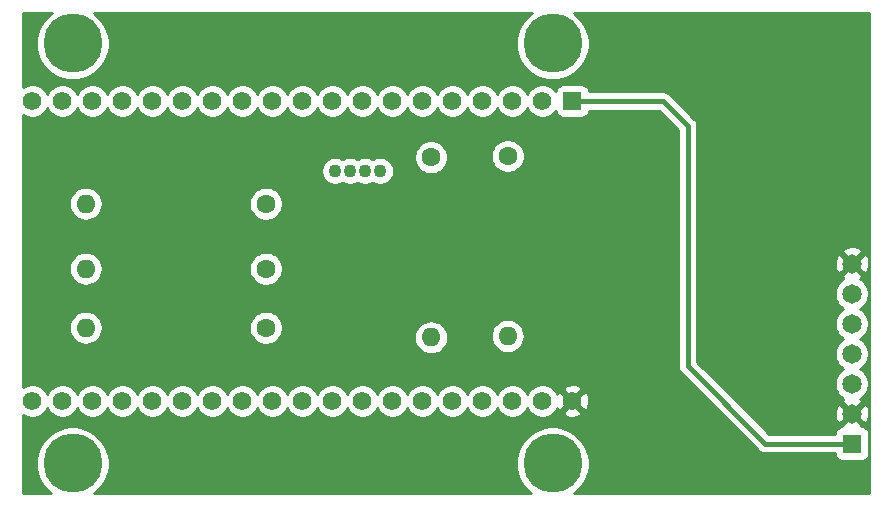
<source format=gbr>
G04 #@! TF.GenerationSoftware,KiCad,Pcbnew,(5.1.0)-1*
G04 #@! TF.CreationDate,2020-10-21T08:33:28+02:00*
G04 #@! TF.ProjectId,phyphox_CO2_Monitor,70687970-686f-4785-9f43-4f325f4d6f6e,rev?*
G04 #@! TF.SameCoordinates,Original*
G04 #@! TF.FileFunction,Copper,L2,Bot*
G04 #@! TF.FilePolarity,Positive*
%FSLAX46Y46*%
G04 Gerber Fmt 4.6, Leading zero omitted, Abs format (unit mm)*
G04 Created by KiCad (PCBNEW (5.1.0)-1) date 2020-10-21 08:33:28*
%MOMM*%
%LPD*%
G04 APERTURE LIST*
%ADD10C,5.000000*%
%ADD11C,1.650000*%
%ADD12R,1.650000X1.650000*%
%ADD13C,1.100000*%
%ADD14C,1.600000*%
%ADD15O,1.600000X1.600000*%
%ADD16C,1.560000*%
%ADD17R,1.560000X1.560000*%
%ADD18C,0.800000*%
%ADD19C,0.400000*%
%ADD20C,0.254000*%
G04 APERTURE END LIST*
D10*
X18084800Y-17983200D03*
X18084800Y17576800D03*
X-22555200Y17576800D03*
X-22555200Y-17983200D03*
D11*
X43424800Y-1063200D03*
X43424800Y-3603200D03*
X43424800Y-6143200D03*
X43424800Y-8683200D03*
X43424800Y-11223200D03*
X43424800Y-13763200D03*
D12*
X43424800Y-16303200D03*
D13*
X-330200Y6781800D03*
X939800Y6781800D03*
X2209800Y6781800D03*
X3479800Y6781800D03*
D14*
X-6200000Y-1490000D03*
D15*
X-21440000Y-1490000D03*
D14*
X-6200000Y-6490000D03*
D15*
X-21440000Y-6490000D03*
X-21440000Y4010000D03*
D14*
X-6200000Y4010000D03*
X7797800Y7922600D03*
D15*
X7797800Y-7317400D03*
X14274800Y-7188200D03*
D14*
X14274800Y8051800D03*
D16*
X-25960000Y-12700000D03*
X-23420000Y-12700000D03*
X-20880000Y-12700000D03*
X-18340000Y-12700000D03*
X-15800000Y-12700000D03*
X-13260000Y-12700000D03*
X-10720000Y-12700000D03*
X-8180000Y-12700000D03*
X-5640000Y-12700000D03*
X-3100000Y-12700000D03*
X-560000Y-12700000D03*
X1980000Y-12700000D03*
X4520000Y-12700000D03*
X7060000Y-12700000D03*
X9600000Y-12700000D03*
X12140000Y-12700000D03*
X14680000Y-12700000D03*
X17220000Y-12700000D03*
X19760000Y-12700000D03*
X-23420000Y12700000D03*
X-20880000Y12700000D03*
X-18340000Y12700000D03*
X-15800000Y12700000D03*
X-13260000Y12700000D03*
X-10720000Y12700000D03*
X-8180000Y12700000D03*
X-5640000Y12700000D03*
X-3100000Y12700000D03*
X-560000Y12700000D03*
X1980000Y12700000D03*
X4520000Y12700000D03*
X7060000Y12700000D03*
X9600000Y12700000D03*
X12140000Y12700000D03*
X14680000Y12700000D03*
X-25960000Y12700000D03*
X17220000Y12700000D03*
D17*
X19760000Y12700000D03*
D18*
X10564800Y-9183200D03*
X2564800Y-9183200D03*
X32564800Y-8183200D03*
X11564800Y9816800D03*
D19*
X43424800Y-16303200D02*
X36089800Y-16303200D01*
X36089800Y-16303200D02*
X29514800Y-9728200D01*
X29514800Y-9728200D02*
X29514800Y10591800D01*
X27406600Y12700000D02*
X19760000Y12700000D01*
X29514800Y10591800D02*
X27406600Y12700000D01*
D20*
G36*
X-24553646Y20011914D02*
G01*
X-24990314Y19575246D01*
X-25333401Y19061779D01*
X-25569724Y18491246D01*
X-25690200Y17885571D01*
X-25690200Y17268029D01*
X-25569724Y16662354D01*
X-25333401Y16091821D01*
X-24990314Y15578354D01*
X-24553646Y15141686D01*
X-24040179Y14798599D01*
X-23469646Y14562276D01*
X-22863971Y14441800D01*
X-22246429Y14441800D01*
X-21640754Y14562276D01*
X-21070221Y14798599D01*
X-20556754Y15141686D01*
X-20120086Y15578354D01*
X-19776999Y16091821D01*
X-19540676Y16662354D01*
X-19420200Y17268029D01*
X-19420200Y17885571D01*
X-19540676Y18491246D01*
X-19776999Y19061779D01*
X-20120086Y19575246D01*
X-20556754Y20011914D01*
X-20773592Y20156800D01*
X16303192Y20156800D01*
X16086354Y20011914D01*
X15649686Y19575246D01*
X15306599Y19061779D01*
X15070276Y18491246D01*
X14949800Y17885571D01*
X14949800Y17268029D01*
X15070276Y16662354D01*
X15306599Y16091821D01*
X15649686Y15578354D01*
X16086354Y15141686D01*
X16599821Y14798599D01*
X17170354Y14562276D01*
X17776029Y14441800D01*
X18393571Y14441800D01*
X18999246Y14562276D01*
X19569779Y14798599D01*
X20083246Y15141686D01*
X20519914Y15578354D01*
X20863001Y16091821D01*
X21099324Y16662354D01*
X21219800Y17268029D01*
X21219800Y17885571D01*
X21099324Y18491246D01*
X20863001Y19061779D01*
X20519914Y19575246D01*
X20083246Y20011914D01*
X19866408Y20156800D01*
X44904800Y20156800D01*
X44904801Y-20523200D01*
X19926273Y-20523200D01*
X20083246Y-20418314D01*
X20519914Y-19981646D01*
X20863001Y-19468179D01*
X21099324Y-18897646D01*
X21219800Y-18291971D01*
X21219800Y-17674429D01*
X21099324Y-17068754D01*
X20863001Y-16498221D01*
X20519914Y-15984754D01*
X20083246Y-15548086D01*
X19569779Y-15204999D01*
X18999246Y-14968676D01*
X18393571Y-14848200D01*
X17776029Y-14848200D01*
X17170354Y-14968676D01*
X16599821Y-15204999D01*
X16086354Y-15548086D01*
X15649686Y-15984754D01*
X15306599Y-16498221D01*
X15070276Y-17068754D01*
X14949800Y-17674429D01*
X14949800Y-18291971D01*
X15070276Y-18897646D01*
X15306599Y-19468179D01*
X15649686Y-19981646D01*
X16086354Y-20418314D01*
X16243327Y-20523200D01*
X-20713727Y-20523200D01*
X-20556754Y-20418314D01*
X-20120086Y-19981646D01*
X-19776999Y-19468179D01*
X-19540676Y-18897646D01*
X-19420200Y-18291971D01*
X-19420200Y-17674429D01*
X-19540676Y-17068754D01*
X-19776999Y-16498221D01*
X-20120086Y-15984754D01*
X-20556754Y-15548086D01*
X-21070221Y-15204999D01*
X-21640754Y-14968676D01*
X-22246429Y-14848200D01*
X-22863971Y-14848200D01*
X-23469646Y-14968676D01*
X-24040179Y-15204999D01*
X-24553646Y-15548086D01*
X-24990314Y-15984754D01*
X-25333401Y-16498221D01*
X-25569724Y-17068754D01*
X-25690200Y-17674429D01*
X-25690200Y-18291971D01*
X-25569724Y-18897646D01*
X-25333401Y-19468179D01*
X-24990314Y-19981646D01*
X-24553646Y-20418314D01*
X-24396673Y-20523200D01*
X-26775200Y-20523200D01*
X-26775200Y-13857107D01*
X-26630254Y-13953957D01*
X-26372740Y-14060623D01*
X-26099365Y-14115000D01*
X-25820635Y-14115000D01*
X-25547260Y-14060623D01*
X-25289746Y-13953957D01*
X-25057990Y-13799103D01*
X-24860897Y-13602010D01*
X-24706043Y-13370254D01*
X-24690000Y-13331523D01*
X-24673957Y-13370254D01*
X-24519103Y-13602010D01*
X-24322010Y-13799103D01*
X-24090254Y-13953957D01*
X-23832740Y-14060623D01*
X-23559365Y-14115000D01*
X-23280635Y-14115000D01*
X-23007260Y-14060623D01*
X-22749746Y-13953957D01*
X-22517990Y-13799103D01*
X-22320897Y-13602010D01*
X-22166043Y-13370254D01*
X-22150000Y-13331523D01*
X-22133957Y-13370254D01*
X-21979103Y-13602010D01*
X-21782010Y-13799103D01*
X-21550254Y-13953957D01*
X-21292740Y-14060623D01*
X-21019365Y-14115000D01*
X-20740635Y-14115000D01*
X-20467260Y-14060623D01*
X-20209746Y-13953957D01*
X-19977990Y-13799103D01*
X-19780897Y-13602010D01*
X-19626043Y-13370254D01*
X-19610000Y-13331523D01*
X-19593957Y-13370254D01*
X-19439103Y-13602010D01*
X-19242010Y-13799103D01*
X-19010254Y-13953957D01*
X-18752740Y-14060623D01*
X-18479365Y-14115000D01*
X-18200635Y-14115000D01*
X-17927260Y-14060623D01*
X-17669746Y-13953957D01*
X-17437990Y-13799103D01*
X-17240897Y-13602010D01*
X-17086043Y-13370254D01*
X-17070000Y-13331523D01*
X-17053957Y-13370254D01*
X-16899103Y-13602010D01*
X-16702010Y-13799103D01*
X-16470254Y-13953957D01*
X-16212740Y-14060623D01*
X-15939365Y-14115000D01*
X-15660635Y-14115000D01*
X-15387260Y-14060623D01*
X-15129746Y-13953957D01*
X-14897990Y-13799103D01*
X-14700897Y-13602010D01*
X-14546043Y-13370254D01*
X-14530000Y-13331523D01*
X-14513957Y-13370254D01*
X-14359103Y-13602010D01*
X-14162010Y-13799103D01*
X-13930254Y-13953957D01*
X-13672740Y-14060623D01*
X-13399365Y-14115000D01*
X-13120635Y-14115000D01*
X-12847260Y-14060623D01*
X-12589746Y-13953957D01*
X-12357990Y-13799103D01*
X-12160897Y-13602010D01*
X-12006043Y-13370254D01*
X-11990000Y-13331523D01*
X-11973957Y-13370254D01*
X-11819103Y-13602010D01*
X-11622010Y-13799103D01*
X-11390254Y-13953957D01*
X-11132740Y-14060623D01*
X-10859365Y-14115000D01*
X-10580635Y-14115000D01*
X-10307260Y-14060623D01*
X-10049746Y-13953957D01*
X-9817990Y-13799103D01*
X-9620897Y-13602010D01*
X-9466043Y-13370254D01*
X-9450000Y-13331523D01*
X-9433957Y-13370254D01*
X-9279103Y-13602010D01*
X-9082010Y-13799103D01*
X-8850254Y-13953957D01*
X-8592740Y-14060623D01*
X-8319365Y-14115000D01*
X-8040635Y-14115000D01*
X-7767260Y-14060623D01*
X-7509746Y-13953957D01*
X-7277990Y-13799103D01*
X-7080897Y-13602010D01*
X-6926043Y-13370254D01*
X-6910000Y-13331523D01*
X-6893957Y-13370254D01*
X-6739103Y-13602010D01*
X-6542010Y-13799103D01*
X-6310254Y-13953957D01*
X-6052740Y-14060623D01*
X-5779365Y-14115000D01*
X-5500635Y-14115000D01*
X-5227260Y-14060623D01*
X-4969746Y-13953957D01*
X-4737990Y-13799103D01*
X-4540897Y-13602010D01*
X-4386043Y-13370254D01*
X-4370000Y-13331523D01*
X-4353957Y-13370254D01*
X-4199103Y-13602010D01*
X-4002010Y-13799103D01*
X-3770254Y-13953957D01*
X-3512740Y-14060623D01*
X-3239365Y-14115000D01*
X-2960635Y-14115000D01*
X-2687260Y-14060623D01*
X-2429746Y-13953957D01*
X-2197990Y-13799103D01*
X-2000897Y-13602010D01*
X-1846043Y-13370254D01*
X-1830000Y-13331523D01*
X-1813957Y-13370254D01*
X-1659103Y-13602010D01*
X-1462010Y-13799103D01*
X-1230254Y-13953957D01*
X-972740Y-14060623D01*
X-699365Y-14115000D01*
X-420635Y-14115000D01*
X-147260Y-14060623D01*
X110254Y-13953957D01*
X342010Y-13799103D01*
X539103Y-13602010D01*
X693957Y-13370254D01*
X710000Y-13331523D01*
X726043Y-13370254D01*
X880897Y-13602010D01*
X1077990Y-13799103D01*
X1309746Y-13953957D01*
X1567260Y-14060623D01*
X1840635Y-14115000D01*
X2119365Y-14115000D01*
X2392740Y-14060623D01*
X2650254Y-13953957D01*
X2882010Y-13799103D01*
X3079103Y-13602010D01*
X3233957Y-13370254D01*
X3250000Y-13331523D01*
X3266043Y-13370254D01*
X3420897Y-13602010D01*
X3617990Y-13799103D01*
X3849746Y-13953957D01*
X4107260Y-14060623D01*
X4380635Y-14115000D01*
X4659365Y-14115000D01*
X4932740Y-14060623D01*
X5190254Y-13953957D01*
X5422010Y-13799103D01*
X5619103Y-13602010D01*
X5773957Y-13370254D01*
X5790000Y-13331523D01*
X5806043Y-13370254D01*
X5960897Y-13602010D01*
X6157990Y-13799103D01*
X6389746Y-13953957D01*
X6647260Y-14060623D01*
X6920635Y-14115000D01*
X7199365Y-14115000D01*
X7472740Y-14060623D01*
X7730254Y-13953957D01*
X7962010Y-13799103D01*
X8159103Y-13602010D01*
X8313957Y-13370254D01*
X8330000Y-13331523D01*
X8346043Y-13370254D01*
X8500897Y-13602010D01*
X8697990Y-13799103D01*
X8929746Y-13953957D01*
X9187260Y-14060623D01*
X9460635Y-14115000D01*
X9739365Y-14115000D01*
X10012740Y-14060623D01*
X10270254Y-13953957D01*
X10502010Y-13799103D01*
X10699103Y-13602010D01*
X10853957Y-13370254D01*
X10870000Y-13331523D01*
X10886043Y-13370254D01*
X11040897Y-13602010D01*
X11237990Y-13799103D01*
X11469746Y-13953957D01*
X11727260Y-14060623D01*
X12000635Y-14115000D01*
X12279365Y-14115000D01*
X12552740Y-14060623D01*
X12810254Y-13953957D01*
X13042010Y-13799103D01*
X13239103Y-13602010D01*
X13393957Y-13370254D01*
X13410000Y-13331523D01*
X13426043Y-13370254D01*
X13580897Y-13602010D01*
X13777990Y-13799103D01*
X14009746Y-13953957D01*
X14267260Y-14060623D01*
X14540635Y-14115000D01*
X14819365Y-14115000D01*
X15092740Y-14060623D01*
X15350254Y-13953957D01*
X15582010Y-13799103D01*
X15779103Y-13602010D01*
X15933957Y-13370254D01*
X15950000Y-13331523D01*
X15966043Y-13370254D01*
X16120897Y-13602010D01*
X16317990Y-13799103D01*
X16549746Y-13953957D01*
X16807260Y-14060623D01*
X17080635Y-14115000D01*
X17359365Y-14115000D01*
X17632740Y-14060623D01*
X17890254Y-13953957D01*
X18122010Y-13799103D01*
X18242692Y-13678421D01*
X18961184Y-13678421D01*
X19030345Y-13920349D01*
X19282443Y-14039248D01*
X19552894Y-14106681D01*
X19831303Y-14120057D01*
X20106972Y-14078860D01*
X20369308Y-13984675D01*
X20489655Y-13920349D01*
X20558816Y-13678421D01*
X19760000Y-12879605D01*
X18961184Y-13678421D01*
X18242692Y-13678421D01*
X18319103Y-13602010D01*
X18473957Y-13370254D01*
X18488777Y-13334475D01*
X18539651Y-13429655D01*
X18781579Y-13498816D01*
X19580395Y-12700000D01*
X19939605Y-12700000D01*
X20738421Y-13498816D01*
X20980349Y-13429655D01*
X21099248Y-13177557D01*
X21166681Y-12907106D01*
X21180057Y-12628697D01*
X21138860Y-12353028D01*
X21044675Y-12090692D01*
X20980349Y-11970345D01*
X20738421Y-11901184D01*
X19939605Y-12700000D01*
X19580395Y-12700000D01*
X18781579Y-11901184D01*
X18539651Y-11970345D01*
X18491575Y-12072279D01*
X18473957Y-12029746D01*
X18319103Y-11797990D01*
X18242692Y-11721579D01*
X18961184Y-11721579D01*
X19760000Y-12520395D01*
X20558816Y-11721579D01*
X20489655Y-11479651D01*
X20237557Y-11360752D01*
X19967106Y-11293319D01*
X19688697Y-11279943D01*
X19413028Y-11321140D01*
X19150692Y-11415325D01*
X19030345Y-11479651D01*
X18961184Y-11721579D01*
X18242692Y-11721579D01*
X18122010Y-11600897D01*
X17890254Y-11446043D01*
X17632740Y-11339377D01*
X17359365Y-11285000D01*
X17080635Y-11285000D01*
X16807260Y-11339377D01*
X16549746Y-11446043D01*
X16317990Y-11600897D01*
X16120897Y-11797990D01*
X15966043Y-12029746D01*
X15950000Y-12068477D01*
X15933957Y-12029746D01*
X15779103Y-11797990D01*
X15582010Y-11600897D01*
X15350254Y-11446043D01*
X15092740Y-11339377D01*
X14819365Y-11285000D01*
X14540635Y-11285000D01*
X14267260Y-11339377D01*
X14009746Y-11446043D01*
X13777990Y-11600897D01*
X13580897Y-11797990D01*
X13426043Y-12029746D01*
X13410000Y-12068477D01*
X13393957Y-12029746D01*
X13239103Y-11797990D01*
X13042010Y-11600897D01*
X12810254Y-11446043D01*
X12552740Y-11339377D01*
X12279365Y-11285000D01*
X12000635Y-11285000D01*
X11727260Y-11339377D01*
X11469746Y-11446043D01*
X11237990Y-11600897D01*
X11040897Y-11797990D01*
X10886043Y-12029746D01*
X10870000Y-12068477D01*
X10853957Y-12029746D01*
X10699103Y-11797990D01*
X10502010Y-11600897D01*
X10270254Y-11446043D01*
X10012740Y-11339377D01*
X9739365Y-11285000D01*
X9460635Y-11285000D01*
X9187260Y-11339377D01*
X8929746Y-11446043D01*
X8697990Y-11600897D01*
X8500897Y-11797990D01*
X8346043Y-12029746D01*
X8330000Y-12068477D01*
X8313957Y-12029746D01*
X8159103Y-11797990D01*
X7962010Y-11600897D01*
X7730254Y-11446043D01*
X7472740Y-11339377D01*
X7199365Y-11285000D01*
X6920635Y-11285000D01*
X6647260Y-11339377D01*
X6389746Y-11446043D01*
X6157990Y-11600897D01*
X5960897Y-11797990D01*
X5806043Y-12029746D01*
X5790000Y-12068477D01*
X5773957Y-12029746D01*
X5619103Y-11797990D01*
X5422010Y-11600897D01*
X5190254Y-11446043D01*
X4932740Y-11339377D01*
X4659365Y-11285000D01*
X4380635Y-11285000D01*
X4107260Y-11339377D01*
X3849746Y-11446043D01*
X3617990Y-11600897D01*
X3420897Y-11797990D01*
X3266043Y-12029746D01*
X3250000Y-12068477D01*
X3233957Y-12029746D01*
X3079103Y-11797990D01*
X2882010Y-11600897D01*
X2650254Y-11446043D01*
X2392740Y-11339377D01*
X2119365Y-11285000D01*
X1840635Y-11285000D01*
X1567260Y-11339377D01*
X1309746Y-11446043D01*
X1077990Y-11600897D01*
X880897Y-11797990D01*
X726043Y-12029746D01*
X710000Y-12068477D01*
X693957Y-12029746D01*
X539103Y-11797990D01*
X342010Y-11600897D01*
X110254Y-11446043D01*
X-147260Y-11339377D01*
X-420635Y-11285000D01*
X-699365Y-11285000D01*
X-972740Y-11339377D01*
X-1230254Y-11446043D01*
X-1462010Y-11600897D01*
X-1659103Y-11797990D01*
X-1813957Y-12029746D01*
X-1830000Y-12068477D01*
X-1846043Y-12029746D01*
X-2000897Y-11797990D01*
X-2197990Y-11600897D01*
X-2429746Y-11446043D01*
X-2687260Y-11339377D01*
X-2960635Y-11285000D01*
X-3239365Y-11285000D01*
X-3512740Y-11339377D01*
X-3770254Y-11446043D01*
X-4002010Y-11600897D01*
X-4199103Y-11797990D01*
X-4353957Y-12029746D01*
X-4370000Y-12068477D01*
X-4386043Y-12029746D01*
X-4540897Y-11797990D01*
X-4737990Y-11600897D01*
X-4969746Y-11446043D01*
X-5227260Y-11339377D01*
X-5500635Y-11285000D01*
X-5779365Y-11285000D01*
X-6052740Y-11339377D01*
X-6310254Y-11446043D01*
X-6542010Y-11600897D01*
X-6739103Y-11797990D01*
X-6893957Y-12029746D01*
X-6910000Y-12068477D01*
X-6926043Y-12029746D01*
X-7080897Y-11797990D01*
X-7277990Y-11600897D01*
X-7509746Y-11446043D01*
X-7767260Y-11339377D01*
X-8040635Y-11285000D01*
X-8319365Y-11285000D01*
X-8592740Y-11339377D01*
X-8850254Y-11446043D01*
X-9082010Y-11600897D01*
X-9279103Y-11797990D01*
X-9433957Y-12029746D01*
X-9450000Y-12068477D01*
X-9466043Y-12029746D01*
X-9620897Y-11797990D01*
X-9817990Y-11600897D01*
X-10049746Y-11446043D01*
X-10307260Y-11339377D01*
X-10580635Y-11285000D01*
X-10859365Y-11285000D01*
X-11132740Y-11339377D01*
X-11390254Y-11446043D01*
X-11622010Y-11600897D01*
X-11819103Y-11797990D01*
X-11973957Y-12029746D01*
X-11990000Y-12068477D01*
X-12006043Y-12029746D01*
X-12160897Y-11797990D01*
X-12357990Y-11600897D01*
X-12589746Y-11446043D01*
X-12847260Y-11339377D01*
X-13120635Y-11285000D01*
X-13399365Y-11285000D01*
X-13672740Y-11339377D01*
X-13930254Y-11446043D01*
X-14162010Y-11600897D01*
X-14359103Y-11797990D01*
X-14513957Y-12029746D01*
X-14530000Y-12068477D01*
X-14546043Y-12029746D01*
X-14700897Y-11797990D01*
X-14897990Y-11600897D01*
X-15129746Y-11446043D01*
X-15387260Y-11339377D01*
X-15660635Y-11285000D01*
X-15939365Y-11285000D01*
X-16212740Y-11339377D01*
X-16470254Y-11446043D01*
X-16702010Y-11600897D01*
X-16899103Y-11797990D01*
X-17053957Y-12029746D01*
X-17070000Y-12068477D01*
X-17086043Y-12029746D01*
X-17240897Y-11797990D01*
X-17437990Y-11600897D01*
X-17669746Y-11446043D01*
X-17927260Y-11339377D01*
X-18200635Y-11285000D01*
X-18479365Y-11285000D01*
X-18752740Y-11339377D01*
X-19010254Y-11446043D01*
X-19242010Y-11600897D01*
X-19439103Y-11797990D01*
X-19593957Y-12029746D01*
X-19610000Y-12068477D01*
X-19626043Y-12029746D01*
X-19780897Y-11797990D01*
X-19977990Y-11600897D01*
X-20209746Y-11446043D01*
X-20467260Y-11339377D01*
X-20740635Y-11285000D01*
X-21019365Y-11285000D01*
X-21292740Y-11339377D01*
X-21550254Y-11446043D01*
X-21782010Y-11600897D01*
X-21979103Y-11797990D01*
X-22133957Y-12029746D01*
X-22150000Y-12068477D01*
X-22166043Y-12029746D01*
X-22320897Y-11797990D01*
X-22517990Y-11600897D01*
X-22749746Y-11446043D01*
X-23007260Y-11339377D01*
X-23280635Y-11285000D01*
X-23559365Y-11285000D01*
X-23832740Y-11339377D01*
X-24090254Y-11446043D01*
X-24322010Y-11600897D01*
X-24519103Y-11797990D01*
X-24673957Y-12029746D01*
X-24690000Y-12068477D01*
X-24706043Y-12029746D01*
X-24860897Y-11797990D01*
X-25057990Y-11600897D01*
X-25289746Y-11446043D01*
X-25547260Y-11339377D01*
X-25820635Y-11285000D01*
X-26099365Y-11285000D01*
X-26372740Y-11339377D01*
X-26630254Y-11446043D01*
X-26775200Y-11542893D01*
X-26775200Y-6490000D01*
X-22881943Y-6490000D01*
X-22854236Y-6771309D01*
X-22772182Y-7041808D01*
X-22638932Y-7291101D01*
X-22459608Y-7509608D01*
X-22241101Y-7688932D01*
X-21991808Y-7822182D01*
X-21721309Y-7904236D01*
X-21510492Y-7925000D01*
X-21369508Y-7925000D01*
X-21158691Y-7904236D01*
X-20888192Y-7822182D01*
X-20638899Y-7688932D01*
X-20420392Y-7509608D01*
X-20241068Y-7291101D01*
X-20107818Y-7041808D01*
X-20025764Y-6771309D01*
X-19998057Y-6490000D01*
X-20011977Y-6348665D01*
X-7635000Y-6348665D01*
X-7635000Y-6631335D01*
X-7579853Y-6908574D01*
X-7471680Y-7169727D01*
X-7314637Y-7404759D01*
X-7114759Y-7604637D01*
X-6879727Y-7761680D01*
X-6618574Y-7869853D01*
X-6341335Y-7925000D01*
X-6058665Y-7925000D01*
X-5781426Y-7869853D01*
X-5520273Y-7761680D01*
X-5285241Y-7604637D01*
X-5085363Y-7404759D01*
X-5026992Y-7317400D01*
X6355857Y-7317400D01*
X6383564Y-7598709D01*
X6465618Y-7869208D01*
X6598868Y-8118501D01*
X6778192Y-8337008D01*
X6996699Y-8516332D01*
X7245992Y-8649582D01*
X7516491Y-8731636D01*
X7727308Y-8752400D01*
X7868292Y-8752400D01*
X8079109Y-8731636D01*
X8349608Y-8649582D01*
X8598901Y-8516332D01*
X8817408Y-8337008D01*
X8996732Y-8118501D01*
X9129982Y-7869208D01*
X9212036Y-7598709D01*
X9239743Y-7317400D01*
X9227018Y-7188200D01*
X12832857Y-7188200D01*
X12860564Y-7469509D01*
X12942618Y-7740008D01*
X13075868Y-7989301D01*
X13255192Y-8207808D01*
X13473699Y-8387132D01*
X13722992Y-8520382D01*
X13993491Y-8602436D01*
X14204308Y-8623200D01*
X14345292Y-8623200D01*
X14556109Y-8602436D01*
X14826608Y-8520382D01*
X15075901Y-8387132D01*
X15294408Y-8207808D01*
X15473732Y-7989301D01*
X15606982Y-7740008D01*
X15689036Y-7469509D01*
X15716743Y-7188200D01*
X15689036Y-6906891D01*
X15606982Y-6636392D01*
X15473732Y-6387099D01*
X15294408Y-6168592D01*
X15075901Y-5989268D01*
X14826608Y-5856018D01*
X14556109Y-5773964D01*
X14345292Y-5753200D01*
X14204308Y-5753200D01*
X13993491Y-5773964D01*
X13722992Y-5856018D01*
X13473699Y-5989268D01*
X13255192Y-6168592D01*
X13075868Y-6387099D01*
X12942618Y-6636392D01*
X12860564Y-6906891D01*
X12832857Y-7188200D01*
X9227018Y-7188200D01*
X9212036Y-7036091D01*
X9129982Y-6765592D01*
X8996732Y-6516299D01*
X8817408Y-6297792D01*
X8598901Y-6118468D01*
X8349608Y-5985218D01*
X8079109Y-5903164D01*
X7868292Y-5882400D01*
X7727308Y-5882400D01*
X7516491Y-5903164D01*
X7245992Y-5985218D01*
X6996699Y-6118468D01*
X6778192Y-6297792D01*
X6598868Y-6516299D01*
X6465618Y-6765592D01*
X6383564Y-7036091D01*
X6355857Y-7317400D01*
X-5026992Y-7317400D01*
X-4928320Y-7169727D01*
X-4820147Y-6908574D01*
X-4765000Y-6631335D01*
X-4765000Y-6348665D01*
X-4820147Y-6071426D01*
X-4928320Y-5810273D01*
X-5085363Y-5575241D01*
X-5285241Y-5375363D01*
X-5520273Y-5218320D01*
X-5781426Y-5110147D01*
X-6058665Y-5055000D01*
X-6341335Y-5055000D01*
X-6618574Y-5110147D01*
X-6879727Y-5218320D01*
X-7114759Y-5375363D01*
X-7314637Y-5575241D01*
X-7471680Y-5810273D01*
X-7579853Y-6071426D01*
X-7635000Y-6348665D01*
X-20011977Y-6348665D01*
X-20025764Y-6208691D01*
X-20107818Y-5938192D01*
X-20241068Y-5688899D01*
X-20420392Y-5470392D01*
X-20638899Y-5291068D01*
X-20888192Y-5157818D01*
X-21158691Y-5075764D01*
X-21369508Y-5055000D01*
X-21510492Y-5055000D01*
X-21721309Y-5075764D01*
X-21991808Y-5157818D01*
X-22241101Y-5291068D01*
X-22459608Y-5470392D01*
X-22638932Y-5688899D01*
X-22772182Y-5938192D01*
X-22854236Y-6208691D01*
X-22881943Y-6490000D01*
X-26775200Y-6490000D01*
X-26775200Y-1490000D01*
X-22881943Y-1490000D01*
X-22854236Y-1771309D01*
X-22772182Y-2041808D01*
X-22638932Y-2291101D01*
X-22459608Y-2509608D01*
X-22241101Y-2688932D01*
X-21991808Y-2822182D01*
X-21721309Y-2904236D01*
X-21510492Y-2925000D01*
X-21369508Y-2925000D01*
X-21158691Y-2904236D01*
X-20888192Y-2822182D01*
X-20638899Y-2688932D01*
X-20420392Y-2509608D01*
X-20241068Y-2291101D01*
X-20107818Y-2041808D01*
X-20025764Y-1771309D01*
X-19998057Y-1490000D01*
X-20011977Y-1348665D01*
X-7635000Y-1348665D01*
X-7635000Y-1631335D01*
X-7579853Y-1908574D01*
X-7471680Y-2169727D01*
X-7314637Y-2404759D01*
X-7114759Y-2604637D01*
X-6879727Y-2761680D01*
X-6618574Y-2869853D01*
X-6341335Y-2925000D01*
X-6058665Y-2925000D01*
X-5781426Y-2869853D01*
X-5520273Y-2761680D01*
X-5285241Y-2604637D01*
X-5085363Y-2404759D01*
X-4928320Y-2169727D01*
X-4820147Y-1908574D01*
X-4765000Y-1631335D01*
X-4765000Y-1348665D01*
X-4820147Y-1071426D01*
X-4928320Y-810273D01*
X-5085363Y-575241D01*
X-5285241Y-375363D01*
X-5520273Y-218320D01*
X-5781426Y-110147D01*
X-6058665Y-55000D01*
X-6341335Y-55000D01*
X-6618574Y-110147D01*
X-6879727Y-218320D01*
X-7114759Y-375363D01*
X-7314637Y-575241D01*
X-7471680Y-810273D01*
X-7579853Y-1071426D01*
X-7635000Y-1348665D01*
X-20011977Y-1348665D01*
X-20025764Y-1208691D01*
X-20107818Y-938192D01*
X-20241068Y-688899D01*
X-20420392Y-470392D01*
X-20638899Y-291068D01*
X-20888192Y-157818D01*
X-21158691Y-75764D01*
X-21369508Y-55000D01*
X-21510492Y-55000D01*
X-21721309Y-75764D01*
X-21991808Y-157818D01*
X-22241101Y-291068D01*
X-22459608Y-470392D01*
X-22638932Y-688899D01*
X-22772182Y-938192D01*
X-22854236Y-1208691D01*
X-22881943Y-1490000D01*
X-26775200Y-1490000D01*
X-26775200Y4010000D01*
X-22881943Y4010000D01*
X-22854236Y3728691D01*
X-22772182Y3458192D01*
X-22638932Y3208899D01*
X-22459608Y2990392D01*
X-22241101Y2811068D01*
X-21991808Y2677818D01*
X-21721309Y2595764D01*
X-21510492Y2575000D01*
X-21369508Y2575000D01*
X-21158691Y2595764D01*
X-20888192Y2677818D01*
X-20638899Y2811068D01*
X-20420392Y2990392D01*
X-20241068Y3208899D01*
X-20107818Y3458192D01*
X-20025764Y3728691D01*
X-19998057Y4010000D01*
X-20011977Y4151335D01*
X-7635000Y4151335D01*
X-7635000Y3868665D01*
X-7579853Y3591426D01*
X-7471680Y3330273D01*
X-7314637Y3095241D01*
X-7114759Y2895363D01*
X-6879727Y2738320D01*
X-6618574Y2630147D01*
X-6341335Y2575000D01*
X-6058665Y2575000D01*
X-5781426Y2630147D01*
X-5520273Y2738320D01*
X-5285241Y2895363D01*
X-5085363Y3095241D01*
X-4928320Y3330273D01*
X-4820147Y3591426D01*
X-4765000Y3868665D01*
X-4765000Y4151335D01*
X-4820147Y4428574D01*
X-4928320Y4689727D01*
X-5085363Y4924759D01*
X-5285241Y5124637D01*
X-5520273Y5281680D01*
X-5781426Y5389853D01*
X-6058665Y5445000D01*
X-6341335Y5445000D01*
X-6618574Y5389853D01*
X-6879727Y5281680D01*
X-7114759Y5124637D01*
X-7314637Y4924759D01*
X-7471680Y4689727D01*
X-7579853Y4428574D01*
X-7635000Y4151335D01*
X-20011977Y4151335D01*
X-20025764Y4291309D01*
X-20107818Y4561808D01*
X-20241068Y4811101D01*
X-20420392Y5029608D01*
X-20638899Y5208932D01*
X-20888192Y5342182D01*
X-21158691Y5424236D01*
X-21369508Y5445000D01*
X-21510492Y5445000D01*
X-21721309Y5424236D01*
X-21991808Y5342182D01*
X-22241101Y5208932D01*
X-22459608Y5029608D01*
X-22638932Y4811101D01*
X-22772182Y4561808D01*
X-22854236Y4291309D01*
X-22881943Y4010000D01*
X-26775200Y4010000D01*
X-26775200Y6898512D01*
X-1515200Y6898512D01*
X-1515200Y6665088D01*
X-1469661Y6436148D01*
X-1380334Y6220492D01*
X-1250650Y6026406D01*
X-1085594Y5861350D01*
X-891508Y5731666D01*
X-675852Y5642339D01*
X-446912Y5596800D01*
X-213488Y5596800D01*
X15452Y5642339D01*
X231108Y5731666D01*
X304800Y5780905D01*
X378492Y5731666D01*
X594148Y5642339D01*
X823088Y5596800D01*
X1056512Y5596800D01*
X1285452Y5642339D01*
X1501108Y5731666D01*
X1574800Y5780905D01*
X1648492Y5731666D01*
X1864148Y5642339D01*
X2093088Y5596800D01*
X2326512Y5596800D01*
X2555452Y5642339D01*
X2771108Y5731666D01*
X2844800Y5780905D01*
X2918492Y5731666D01*
X3134148Y5642339D01*
X3363088Y5596800D01*
X3596512Y5596800D01*
X3825452Y5642339D01*
X4041108Y5731666D01*
X4235194Y5861350D01*
X4400250Y6026406D01*
X4529934Y6220492D01*
X4619261Y6436148D01*
X4664800Y6665088D01*
X4664800Y6898512D01*
X4619261Y7127452D01*
X4529934Y7343108D01*
X4400250Y7537194D01*
X4235194Y7702250D01*
X4041108Y7831934D01*
X3825452Y7921261D01*
X3596512Y7966800D01*
X3363088Y7966800D01*
X3134148Y7921261D01*
X2918492Y7831934D01*
X2844800Y7782695D01*
X2771108Y7831934D01*
X2555452Y7921261D01*
X2326512Y7966800D01*
X2093088Y7966800D01*
X1864148Y7921261D01*
X1648492Y7831934D01*
X1574800Y7782695D01*
X1501108Y7831934D01*
X1285452Y7921261D01*
X1056512Y7966800D01*
X823088Y7966800D01*
X594148Y7921261D01*
X378492Y7831934D01*
X304800Y7782695D01*
X231108Y7831934D01*
X15452Y7921261D01*
X-213488Y7966800D01*
X-446912Y7966800D01*
X-675852Y7921261D01*
X-891508Y7831934D01*
X-1085594Y7702250D01*
X-1250650Y7537194D01*
X-1380334Y7343108D01*
X-1469661Y7127452D01*
X-1515200Y6898512D01*
X-26775200Y6898512D01*
X-26775200Y8063935D01*
X6362800Y8063935D01*
X6362800Y7781265D01*
X6417947Y7504026D01*
X6526120Y7242873D01*
X6683163Y7007841D01*
X6883041Y6807963D01*
X7118073Y6650920D01*
X7379226Y6542747D01*
X7656465Y6487600D01*
X7939135Y6487600D01*
X8216374Y6542747D01*
X8477527Y6650920D01*
X8712559Y6807963D01*
X8912437Y7007841D01*
X9069480Y7242873D01*
X9177653Y7504026D01*
X9232800Y7781265D01*
X9232800Y8063935D01*
X9207101Y8193135D01*
X12839800Y8193135D01*
X12839800Y7910465D01*
X12894947Y7633226D01*
X13003120Y7372073D01*
X13160163Y7137041D01*
X13360041Y6937163D01*
X13595073Y6780120D01*
X13856226Y6671947D01*
X14133465Y6616800D01*
X14416135Y6616800D01*
X14693374Y6671947D01*
X14954527Y6780120D01*
X15189559Y6937163D01*
X15389437Y7137041D01*
X15546480Y7372073D01*
X15654653Y7633226D01*
X15709800Y7910465D01*
X15709800Y8193135D01*
X15654653Y8470374D01*
X15546480Y8731527D01*
X15389437Y8966559D01*
X15189559Y9166437D01*
X14954527Y9323480D01*
X14693374Y9431653D01*
X14416135Y9486800D01*
X14133465Y9486800D01*
X13856226Y9431653D01*
X13595073Y9323480D01*
X13360041Y9166437D01*
X13160163Y8966559D01*
X13003120Y8731527D01*
X12894947Y8470374D01*
X12839800Y8193135D01*
X9207101Y8193135D01*
X9177653Y8341174D01*
X9069480Y8602327D01*
X8912437Y8837359D01*
X8712559Y9037237D01*
X8477527Y9194280D01*
X8216374Y9302453D01*
X7939135Y9357600D01*
X7656465Y9357600D01*
X7379226Y9302453D01*
X7118073Y9194280D01*
X6883041Y9037237D01*
X6683163Y8837359D01*
X6526120Y8602327D01*
X6417947Y8341174D01*
X6362800Y8063935D01*
X-26775200Y8063935D01*
X-26775200Y11542893D01*
X-26630254Y11446043D01*
X-26372740Y11339377D01*
X-26099365Y11285000D01*
X-25820635Y11285000D01*
X-25547260Y11339377D01*
X-25289746Y11446043D01*
X-25057990Y11600897D01*
X-24860897Y11797990D01*
X-24706043Y12029746D01*
X-24690000Y12068477D01*
X-24673957Y12029746D01*
X-24519103Y11797990D01*
X-24322010Y11600897D01*
X-24090254Y11446043D01*
X-23832740Y11339377D01*
X-23559365Y11285000D01*
X-23280635Y11285000D01*
X-23007260Y11339377D01*
X-22749746Y11446043D01*
X-22517990Y11600897D01*
X-22320897Y11797990D01*
X-22166043Y12029746D01*
X-22150000Y12068477D01*
X-22133957Y12029746D01*
X-21979103Y11797990D01*
X-21782010Y11600897D01*
X-21550254Y11446043D01*
X-21292740Y11339377D01*
X-21019365Y11285000D01*
X-20740635Y11285000D01*
X-20467260Y11339377D01*
X-20209746Y11446043D01*
X-19977990Y11600897D01*
X-19780897Y11797990D01*
X-19626043Y12029746D01*
X-19610000Y12068477D01*
X-19593957Y12029746D01*
X-19439103Y11797990D01*
X-19242010Y11600897D01*
X-19010254Y11446043D01*
X-18752740Y11339377D01*
X-18479365Y11285000D01*
X-18200635Y11285000D01*
X-17927260Y11339377D01*
X-17669746Y11446043D01*
X-17437990Y11600897D01*
X-17240897Y11797990D01*
X-17086043Y12029746D01*
X-17070000Y12068477D01*
X-17053957Y12029746D01*
X-16899103Y11797990D01*
X-16702010Y11600897D01*
X-16470254Y11446043D01*
X-16212740Y11339377D01*
X-15939365Y11285000D01*
X-15660635Y11285000D01*
X-15387260Y11339377D01*
X-15129746Y11446043D01*
X-14897990Y11600897D01*
X-14700897Y11797990D01*
X-14546043Y12029746D01*
X-14530000Y12068477D01*
X-14513957Y12029746D01*
X-14359103Y11797990D01*
X-14162010Y11600897D01*
X-13930254Y11446043D01*
X-13672740Y11339377D01*
X-13399365Y11285000D01*
X-13120635Y11285000D01*
X-12847260Y11339377D01*
X-12589746Y11446043D01*
X-12357990Y11600897D01*
X-12160897Y11797990D01*
X-12006043Y12029746D01*
X-11990000Y12068477D01*
X-11973957Y12029746D01*
X-11819103Y11797990D01*
X-11622010Y11600897D01*
X-11390254Y11446043D01*
X-11132740Y11339377D01*
X-10859365Y11285000D01*
X-10580635Y11285000D01*
X-10307260Y11339377D01*
X-10049746Y11446043D01*
X-9817990Y11600897D01*
X-9620897Y11797990D01*
X-9466043Y12029746D01*
X-9450000Y12068477D01*
X-9433957Y12029746D01*
X-9279103Y11797990D01*
X-9082010Y11600897D01*
X-8850254Y11446043D01*
X-8592740Y11339377D01*
X-8319365Y11285000D01*
X-8040635Y11285000D01*
X-7767260Y11339377D01*
X-7509746Y11446043D01*
X-7277990Y11600897D01*
X-7080897Y11797990D01*
X-6926043Y12029746D01*
X-6910000Y12068477D01*
X-6893957Y12029746D01*
X-6739103Y11797990D01*
X-6542010Y11600897D01*
X-6310254Y11446043D01*
X-6052740Y11339377D01*
X-5779365Y11285000D01*
X-5500635Y11285000D01*
X-5227260Y11339377D01*
X-4969746Y11446043D01*
X-4737990Y11600897D01*
X-4540897Y11797990D01*
X-4386043Y12029746D01*
X-4370000Y12068477D01*
X-4353957Y12029746D01*
X-4199103Y11797990D01*
X-4002010Y11600897D01*
X-3770254Y11446043D01*
X-3512740Y11339377D01*
X-3239365Y11285000D01*
X-2960635Y11285000D01*
X-2687260Y11339377D01*
X-2429746Y11446043D01*
X-2197990Y11600897D01*
X-2000897Y11797990D01*
X-1846043Y12029746D01*
X-1830000Y12068477D01*
X-1813957Y12029746D01*
X-1659103Y11797990D01*
X-1462010Y11600897D01*
X-1230254Y11446043D01*
X-972740Y11339377D01*
X-699365Y11285000D01*
X-420635Y11285000D01*
X-147260Y11339377D01*
X110254Y11446043D01*
X342010Y11600897D01*
X539103Y11797990D01*
X693957Y12029746D01*
X710000Y12068477D01*
X726043Y12029746D01*
X880897Y11797990D01*
X1077990Y11600897D01*
X1309746Y11446043D01*
X1567260Y11339377D01*
X1840635Y11285000D01*
X2119365Y11285000D01*
X2392740Y11339377D01*
X2650254Y11446043D01*
X2882010Y11600897D01*
X3079103Y11797990D01*
X3233957Y12029746D01*
X3250000Y12068477D01*
X3266043Y12029746D01*
X3420897Y11797990D01*
X3617990Y11600897D01*
X3849746Y11446043D01*
X4107260Y11339377D01*
X4380635Y11285000D01*
X4659365Y11285000D01*
X4932740Y11339377D01*
X5190254Y11446043D01*
X5422010Y11600897D01*
X5619103Y11797990D01*
X5773957Y12029746D01*
X5790000Y12068477D01*
X5806043Y12029746D01*
X5960897Y11797990D01*
X6157990Y11600897D01*
X6389746Y11446043D01*
X6647260Y11339377D01*
X6920635Y11285000D01*
X7199365Y11285000D01*
X7472740Y11339377D01*
X7730254Y11446043D01*
X7962010Y11600897D01*
X8159103Y11797990D01*
X8313957Y12029746D01*
X8330000Y12068477D01*
X8346043Y12029746D01*
X8500897Y11797990D01*
X8697990Y11600897D01*
X8929746Y11446043D01*
X9187260Y11339377D01*
X9460635Y11285000D01*
X9739365Y11285000D01*
X10012740Y11339377D01*
X10270254Y11446043D01*
X10502010Y11600897D01*
X10699103Y11797990D01*
X10853957Y12029746D01*
X10870000Y12068477D01*
X10886043Y12029746D01*
X11040897Y11797990D01*
X11237990Y11600897D01*
X11469746Y11446043D01*
X11727260Y11339377D01*
X12000635Y11285000D01*
X12279365Y11285000D01*
X12552740Y11339377D01*
X12810254Y11446043D01*
X13042010Y11600897D01*
X13239103Y11797990D01*
X13393957Y12029746D01*
X13410000Y12068477D01*
X13426043Y12029746D01*
X13580897Y11797990D01*
X13777990Y11600897D01*
X14009746Y11446043D01*
X14267260Y11339377D01*
X14540635Y11285000D01*
X14819365Y11285000D01*
X15092740Y11339377D01*
X15350254Y11446043D01*
X15582010Y11600897D01*
X15779103Y11797990D01*
X15933957Y12029746D01*
X15950000Y12068477D01*
X15966043Y12029746D01*
X16120897Y11797990D01*
X16317990Y11600897D01*
X16549746Y11446043D01*
X16807260Y11339377D01*
X17080635Y11285000D01*
X17359365Y11285000D01*
X17632740Y11339377D01*
X17890254Y11446043D01*
X18122010Y11600897D01*
X18319103Y11797990D01*
X18349469Y11843436D01*
X18354188Y11795518D01*
X18390498Y11675820D01*
X18449463Y11565506D01*
X18528815Y11468815D01*
X18625506Y11389463D01*
X18735820Y11330498D01*
X18855518Y11294188D01*
X18980000Y11281928D01*
X20540000Y11281928D01*
X20664482Y11294188D01*
X20784180Y11330498D01*
X20894494Y11389463D01*
X20991185Y11468815D01*
X21070537Y11565506D01*
X21129502Y11675820D01*
X21165812Y11795518D01*
X21172655Y11865000D01*
X27060733Y11865000D01*
X28679801Y10245931D01*
X28679800Y-9687182D01*
X28675760Y-9728200D01*
X28679800Y-9769218D01*
X28691882Y-9891888D01*
X28739628Y-10049286D01*
X28817164Y-10194345D01*
X28921509Y-10321491D01*
X28953379Y-10347646D01*
X35470359Y-16864627D01*
X35496509Y-16896491D01*
X35623654Y-17000836D01*
X35768713Y-17078372D01*
X35926111Y-17126118D01*
X36089799Y-17142240D01*
X36130818Y-17138200D01*
X41962713Y-17138200D01*
X41973988Y-17252682D01*
X42010298Y-17372380D01*
X42069263Y-17482694D01*
X42148615Y-17579385D01*
X42245306Y-17658737D01*
X42355620Y-17717702D01*
X42475318Y-17754012D01*
X42599800Y-17766272D01*
X44249800Y-17766272D01*
X44374282Y-17754012D01*
X44493980Y-17717702D01*
X44604294Y-17658737D01*
X44700985Y-17579385D01*
X44780337Y-17482694D01*
X44839302Y-17372380D01*
X44875612Y-17252682D01*
X44887872Y-17128200D01*
X44887872Y-15478200D01*
X44875612Y-15353718D01*
X44839302Y-15234020D01*
X44780337Y-15123706D01*
X44700985Y-15027015D01*
X44604294Y-14947663D01*
X44493980Y-14888698D01*
X44374282Y-14852388D01*
X44249800Y-14840128D01*
X44235657Y-14840128D01*
X44255746Y-14773751D01*
X43424800Y-13942805D01*
X42593854Y-14773751D01*
X42613943Y-14840128D01*
X42599800Y-14840128D01*
X42475318Y-14852388D01*
X42355620Y-14888698D01*
X42245306Y-14947663D01*
X42148615Y-15027015D01*
X42069263Y-15123706D01*
X42010298Y-15234020D01*
X41973988Y-15353718D01*
X41962713Y-15468200D01*
X36435668Y-15468200D01*
X34800189Y-13832721D01*
X41959383Y-13832721D01*
X42001103Y-14117274D01*
X42097535Y-14388220D01*
X42167727Y-14519537D01*
X42414249Y-14594146D01*
X43245195Y-13763200D01*
X43604405Y-13763200D01*
X44435351Y-14594146D01*
X44681873Y-14519537D01*
X44805273Y-14259761D01*
X44875623Y-13980903D01*
X44890217Y-13693679D01*
X44848497Y-13409126D01*
X44752065Y-13138180D01*
X44681873Y-13006863D01*
X44435351Y-12932254D01*
X43604405Y-13763200D01*
X43245195Y-13763200D01*
X42414249Y-12932254D01*
X42167727Y-13006863D01*
X42044327Y-13266639D01*
X41973977Y-13545497D01*
X41959383Y-13832721D01*
X34800189Y-13832721D01*
X30349800Y-9382333D01*
X30349800Y-3459403D01*
X41964800Y-3459403D01*
X41964800Y-3746997D01*
X42020907Y-4029066D01*
X42130965Y-4294769D01*
X42290744Y-4533896D01*
X42494104Y-4737256D01*
X42697559Y-4873200D01*
X42494104Y-5009144D01*
X42290744Y-5212504D01*
X42130965Y-5451631D01*
X42020907Y-5717334D01*
X41964800Y-5999403D01*
X41964800Y-6286997D01*
X42020907Y-6569066D01*
X42130965Y-6834769D01*
X42290744Y-7073896D01*
X42494104Y-7277256D01*
X42697559Y-7413200D01*
X42494104Y-7549144D01*
X42290744Y-7752504D01*
X42130965Y-7991631D01*
X42020907Y-8257334D01*
X41964800Y-8539403D01*
X41964800Y-8826997D01*
X42020907Y-9109066D01*
X42130965Y-9374769D01*
X42290744Y-9613896D01*
X42494104Y-9817256D01*
X42697559Y-9953200D01*
X42494104Y-10089144D01*
X42290744Y-10292504D01*
X42130965Y-10531631D01*
X42020907Y-10797334D01*
X41964800Y-11079403D01*
X41964800Y-11366997D01*
X42020907Y-11649066D01*
X42130965Y-11914769D01*
X42290744Y-12153896D01*
X42494104Y-12357256D01*
X42695376Y-12491741D01*
X42668463Y-12506127D01*
X42593854Y-12752649D01*
X43424800Y-13583595D01*
X44255746Y-12752649D01*
X44181137Y-12506127D01*
X44152823Y-12492677D01*
X44355496Y-12357256D01*
X44558856Y-12153896D01*
X44718635Y-11914769D01*
X44828693Y-11649066D01*
X44884800Y-11366997D01*
X44884800Y-11079403D01*
X44828693Y-10797334D01*
X44718635Y-10531631D01*
X44558856Y-10292504D01*
X44355496Y-10089144D01*
X44152041Y-9953200D01*
X44355496Y-9817256D01*
X44558856Y-9613896D01*
X44718635Y-9374769D01*
X44828693Y-9109066D01*
X44884800Y-8826997D01*
X44884800Y-8539403D01*
X44828693Y-8257334D01*
X44718635Y-7991631D01*
X44558856Y-7752504D01*
X44355496Y-7549144D01*
X44152041Y-7413200D01*
X44355496Y-7277256D01*
X44558856Y-7073896D01*
X44718635Y-6834769D01*
X44828693Y-6569066D01*
X44884800Y-6286997D01*
X44884800Y-5999403D01*
X44828693Y-5717334D01*
X44718635Y-5451631D01*
X44558856Y-5212504D01*
X44355496Y-5009144D01*
X44152041Y-4873200D01*
X44355496Y-4737256D01*
X44558856Y-4533896D01*
X44718635Y-4294769D01*
X44828693Y-4029066D01*
X44884800Y-3746997D01*
X44884800Y-3459403D01*
X44828693Y-3177334D01*
X44718635Y-2911631D01*
X44558856Y-2672504D01*
X44355496Y-2469144D01*
X44154224Y-2334659D01*
X44181137Y-2320273D01*
X44255746Y-2073751D01*
X43424800Y-1242805D01*
X42593854Y-2073751D01*
X42668463Y-2320273D01*
X42696777Y-2333723D01*
X42494104Y-2469144D01*
X42290744Y-2672504D01*
X42130965Y-2911631D01*
X42020907Y-3177334D01*
X41964800Y-3459403D01*
X30349800Y-3459403D01*
X30349800Y-1132721D01*
X41959383Y-1132721D01*
X42001103Y-1417274D01*
X42097535Y-1688220D01*
X42167727Y-1819537D01*
X42414249Y-1894146D01*
X43245195Y-1063200D01*
X43604405Y-1063200D01*
X44435351Y-1894146D01*
X44681873Y-1819537D01*
X44805273Y-1559761D01*
X44875623Y-1280903D01*
X44890217Y-993679D01*
X44848497Y-709126D01*
X44752065Y-438180D01*
X44681873Y-306863D01*
X44435351Y-232254D01*
X43604405Y-1063200D01*
X43245195Y-1063200D01*
X42414249Y-232254D01*
X42167727Y-306863D01*
X42044327Y-566639D01*
X41973977Y-845497D01*
X41959383Y-1132721D01*
X30349800Y-1132721D01*
X30349800Y-52649D01*
X42593854Y-52649D01*
X43424800Y-883595D01*
X44255746Y-52649D01*
X44181137Y193873D01*
X43921361Y317273D01*
X43642503Y387623D01*
X43355279Y402217D01*
X43070726Y360497D01*
X42799780Y264065D01*
X42668463Y193873D01*
X42593854Y-52649D01*
X30349800Y-52649D01*
X30349800Y10550782D01*
X30353840Y10591801D01*
X30337718Y10755489D01*
X30289972Y10912887D01*
X30212436Y11057946D01*
X30108091Y11185091D01*
X30076227Y11211241D01*
X28026046Y13261421D01*
X27999891Y13293291D01*
X27872746Y13397636D01*
X27727687Y13475172D01*
X27570289Y13522918D01*
X27447619Y13535000D01*
X27447618Y13535000D01*
X27406600Y13539040D01*
X27365582Y13535000D01*
X21172655Y13535000D01*
X21165812Y13604482D01*
X21129502Y13724180D01*
X21070537Y13834494D01*
X20991185Y13931185D01*
X20894494Y14010537D01*
X20784180Y14069502D01*
X20664482Y14105812D01*
X20540000Y14118072D01*
X18980000Y14118072D01*
X18855518Y14105812D01*
X18735820Y14069502D01*
X18625506Y14010537D01*
X18528815Y13931185D01*
X18449463Y13834494D01*
X18390498Y13724180D01*
X18354188Y13604482D01*
X18349469Y13556564D01*
X18319103Y13602010D01*
X18122010Y13799103D01*
X17890254Y13953957D01*
X17632740Y14060623D01*
X17359365Y14115000D01*
X17080635Y14115000D01*
X16807260Y14060623D01*
X16549746Y13953957D01*
X16317990Y13799103D01*
X16120897Y13602010D01*
X15966043Y13370254D01*
X15950000Y13331523D01*
X15933957Y13370254D01*
X15779103Y13602010D01*
X15582010Y13799103D01*
X15350254Y13953957D01*
X15092740Y14060623D01*
X14819365Y14115000D01*
X14540635Y14115000D01*
X14267260Y14060623D01*
X14009746Y13953957D01*
X13777990Y13799103D01*
X13580897Y13602010D01*
X13426043Y13370254D01*
X13410000Y13331523D01*
X13393957Y13370254D01*
X13239103Y13602010D01*
X13042010Y13799103D01*
X12810254Y13953957D01*
X12552740Y14060623D01*
X12279365Y14115000D01*
X12000635Y14115000D01*
X11727260Y14060623D01*
X11469746Y13953957D01*
X11237990Y13799103D01*
X11040897Y13602010D01*
X10886043Y13370254D01*
X10870000Y13331523D01*
X10853957Y13370254D01*
X10699103Y13602010D01*
X10502010Y13799103D01*
X10270254Y13953957D01*
X10012740Y14060623D01*
X9739365Y14115000D01*
X9460635Y14115000D01*
X9187260Y14060623D01*
X8929746Y13953957D01*
X8697990Y13799103D01*
X8500897Y13602010D01*
X8346043Y13370254D01*
X8330000Y13331523D01*
X8313957Y13370254D01*
X8159103Y13602010D01*
X7962010Y13799103D01*
X7730254Y13953957D01*
X7472740Y14060623D01*
X7199365Y14115000D01*
X6920635Y14115000D01*
X6647260Y14060623D01*
X6389746Y13953957D01*
X6157990Y13799103D01*
X5960897Y13602010D01*
X5806043Y13370254D01*
X5790000Y13331523D01*
X5773957Y13370254D01*
X5619103Y13602010D01*
X5422010Y13799103D01*
X5190254Y13953957D01*
X4932740Y14060623D01*
X4659365Y14115000D01*
X4380635Y14115000D01*
X4107260Y14060623D01*
X3849746Y13953957D01*
X3617990Y13799103D01*
X3420897Y13602010D01*
X3266043Y13370254D01*
X3250000Y13331523D01*
X3233957Y13370254D01*
X3079103Y13602010D01*
X2882010Y13799103D01*
X2650254Y13953957D01*
X2392740Y14060623D01*
X2119365Y14115000D01*
X1840635Y14115000D01*
X1567260Y14060623D01*
X1309746Y13953957D01*
X1077990Y13799103D01*
X880897Y13602010D01*
X726043Y13370254D01*
X710000Y13331523D01*
X693957Y13370254D01*
X539103Y13602010D01*
X342010Y13799103D01*
X110254Y13953957D01*
X-147260Y14060623D01*
X-420635Y14115000D01*
X-699365Y14115000D01*
X-972740Y14060623D01*
X-1230254Y13953957D01*
X-1462010Y13799103D01*
X-1659103Y13602010D01*
X-1813957Y13370254D01*
X-1830000Y13331523D01*
X-1846043Y13370254D01*
X-2000897Y13602010D01*
X-2197990Y13799103D01*
X-2429746Y13953957D01*
X-2687260Y14060623D01*
X-2960635Y14115000D01*
X-3239365Y14115000D01*
X-3512740Y14060623D01*
X-3770254Y13953957D01*
X-4002010Y13799103D01*
X-4199103Y13602010D01*
X-4353957Y13370254D01*
X-4370000Y13331523D01*
X-4386043Y13370254D01*
X-4540897Y13602010D01*
X-4737990Y13799103D01*
X-4969746Y13953957D01*
X-5227260Y14060623D01*
X-5500635Y14115000D01*
X-5779365Y14115000D01*
X-6052740Y14060623D01*
X-6310254Y13953957D01*
X-6542010Y13799103D01*
X-6739103Y13602010D01*
X-6893957Y13370254D01*
X-6910000Y13331523D01*
X-6926043Y13370254D01*
X-7080897Y13602010D01*
X-7277990Y13799103D01*
X-7509746Y13953957D01*
X-7767260Y14060623D01*
X-8040635Y14115000D01*
X-8319365Y14115000D01*
X-8592740Y14060623D01*
X-8850254Y13953957D01*
X-9082010Y13799103D01*
X-9279103Y13602010D01*
X-9433957Y13370254D01*
X-9450000Y13331523D01*
X-9466043Y13370254D01*
X-9620897Y13602010D01*
X-9817990Y13799103D01*
X-10049746Y13953957D01*
X-10307260Y14060623D01*
X-10580635Y14115000D01*
X-10859365Y14115000D01*
X-11132740Y14060623D01*
X-11390254Y13953957D01*
X-11622010Y13799103D01*
X-11819103Y13602010D01*
X-11973957Y13370254D01*
X-11990000Y13331523D01*
X-12006043Y13370254D01*
X-12160897Y13602010D01*
X-12357990Y13799103D01*
X-12589746Y13953957D01*
X-12847260Y14060623D01*
X-13120635Y14115000D01*
X-13399365Y14115000D01*
X-13672740Y14060623D01*
X-13930254Y13953957D01*
X-14162010Y13799103D01*
X-14359103Y13602010D01*
X-14513957Y13370254D01*
X-14530000Y13331523D01*
X-14546043Y13370254D01*
X-14700897Y13602010D01*
X-14897990Y13799103D01*
X-15129746Y13953957D01*
X-15387260Y14060623D01*
X-15660635Y14115000D01*
X-15939365Y14115000D01*
X-16212740Y14060623D01*
X-16470254Y13953957D01*
X-16702010Y13799103D01*
X-16899103Y13602010D01*
X-17053957Y13370254D01*
X-17070000Y13331523D01*
X-17086043Y13370254D01*
X-17240897Y13602010D01*
X-17437990Y13799103D01*
X-17669746Y13953957D01*
X-17927260Y14060623D01*
X-18200635Y14115000D01*
X-18479365Y14115000D01*
X-18752740Y14060623D01*
X-19010254Y13953957D01*
X-19242010Y13799103D01*
X-19439103Y13602010D01*
X-19593957Y13370254D01*
X-19610000Y13331523D01*
X-19626043Y13370254D01*
X-19780897Y13602010D01*
X-19977990Y13799103D01*
X-20209746Y13953957D01*
X-20467260Y14060623D01*
X-20740635Y14115000D01*
X-21019365Y14115000D01*
X-21292740Y14060623D01*
X-21550254Y13953957D01*
X-21782010Y13799103D01*
X-21979103Y13602010D01*
X-22133957Y13370254D01*
X-22150000Y13331523D01*
X-22166043Y13370254D01*
X-22320897Y13602010D01*
X-22517990Y13799103D01*
X-22749746Y13953957D01*
X-23007260Y14060623D01*
X-23280635Y14115000D01*
X-23559365Y14115000D01*
X-23832740Y14060623D01*
X-24090254Y13953957D01*
X-24322010Y13799103D01*
X-24519103Y13602010D01*
X-24673957Y13370254D01*
X-24690000Y13331523D01*
X-24706043Y13370254D01*
X-24860897Y13602010D01*
X-25057990Y13799103D01*
X-25289746Y13953957D01*
X-25547260Y14060623D01*
X-25820635Y14115000D01*
X-26099365Y14115000D01*
X-26372740Y14060623D01*
X-26630254Y13953957D01*
X-26775200Y13857107D01*
X-26775200Y20156800D01*
X-24336808Y20156800D01*
X-24553646Y20011914D01*
X-24553646Y20011914D01*
G37*
X-24553646Y20011914D02*
X-24990314Y19575246D01*
X-25333401Y19061779D01*
X-25569724Y18491246D01*
X-25690200Y17885571D01*
X-25690200Y17268029D01*
X-25569724Y16662354D01*
X-25333401Y16091821D01*
X-24990314Y15578354D01*
X-24553646Y15141686D01*
X-24040179Y14798599D01*
X-23469646Y14562276D01*
X-22863971Y14441800D01*
X-22246429Y14441800D01*
X-21640754Y14562276D01*
X-21070221Y14798599D01*
X-20556754Y15141686D01*
X-20120086Y15578354D01*
X-19776999Y16091821D01*
X-19540676Y16662354D01*
X-19420200Y17268029D01*
X-19420200Y17885571D01*
X-19540676Y18491246D01*
X-19776999Y19061779D01*
X-20120086Y19575246D01*
X-20556754Y20011914D01*
X-20773592Y20156800D01*
X16303192Y20156800D01*
X16086354Y20011914D01*
X15649686Y19575246D01*
X15306599Y19061779D01*
X15070276Y18491246D01*
X14949800Y17885571D01*
X14949800Y17268029D01*
X15070276Y16662354D01*
X15306599Y16091821D01*
X15649686Y15578354D01*
X16086354Y15141686D01*
X16599821Y14798599D01*
X17170354Y14562276D01*
X17776029Y14441800D01*
X18393571Y14441800D01*
X18999246Y14562276D01*
X19569779Y14798599D01*
X20083246Y15141686D01*
X20519914Y15578354D01*
X20863001Y16091821D01*
X21099324Y16662354D01*
X21219800Y17268029D01*
X21219800Y17885571D01*
X21099324Y18491246D01*
X20863001Y19061779D01*
X20519914Y19575246D01*
X20083246Y20011914D01*
X19866408Y20156800D01*
X44904800Y20156800D01*
X44904801Y-20523200D01*
X19926273Y-20523200D01*
X20083246Y-20418314D01*
X20519914Y-19981646D01*
X20863001Y-19468179D01*
X21099324Y-18897646D01*
X21219800Y-18291971D01*
X21219800Y-17674429D01*
X21099324Y-17068754D01*
X20863001Y-16498221D01*
X20519914Y-15984754D01*
X20083246Y-15548086D01*
X19569779Y-15204999D01*
X18999246Y-14968676D01*
X18393571Y-14848200D01*
X17776029Y-14848200D01*
X17170354Y-14968676D01*
X16599821Y-15204999D01*
X16086354Y-15548086D01*
X15649686Y-15984754D01*
X15306599Y-16498221D01*
X15070276Y-17068754D01*
X14949800Y-17674429D01*
X14949800Y-18291971D01*
X15070276Y-18897646D01*
X15306599Y-19468179D01*
X15649686Y-19981646D01*
X16086354Y-20418314D01*
X16243327Y-20523200D01*
X-20713727Y-20523200D01*
X-20556754Y-20418314D01*
X-20120086Y-19981646D01*
X-19776999Y-19468179D01*
X-19540676Y-18897646D01*
X-19420200Y-18291971D01*
X-19420200Y-17674429D01*
X-19540676Y-17068754D01*
X-19776999Y-16498221D01*
X-20120086Y-15984754D01*
X-20556754Y-15548086D01*
X-21070221Y-15204999D01*
X-21640754Y-14968676D01*
X-22246429Y-14848200D01*
X-22863971Y-14848200D01*
X-23469646Y-14968676D01*
X-24040179Y-15204999D01*
X-24553646Y-15548086D01*
X-24990314Y-15984754D01*
X-25333401Y-16498221D01*
X-25569724Y-17068754D01*
X-25690200Y-17674429D01*
X-25690200Y-18291971D01*
X-25569724Y-18897646D01*
X-25333401Y-19468179D01*
X-24990314Y-19981646D01*
X-24553646Y-20418314D01*
X-24396673Y-20523200D01*
X-26775200Y-20523200D01*
X-26775200Y-13857107D01*
X-26630254Y-13953957D01*
X-26372740Y-14060623D01*
X-26099365Y-14115000D01*
X-25820635Y-14115000D01*
X-25547260Y-14060623D01*
X-25289746Y-13953957D01*
X-25057990Y-13799103D01*
X-24860897Y-13602010D01*
X-24706043Y-13370254D01*
X-24690000Y-13331523D01*
X-24673957Y-13370254D01*
X-24519103Y-13602010D01*
X-24322010Y-13799103D01*
X-24090254Y-13953957D01*
X-23832740Y-14060623D01*
X-23559365Y-14115000D01*
X-23280635Y-14115000D01*
X-23007260Y-14060623D01*
X-22749746Y-13953957D01*
X-22517990Y-13799103D01*
X-22320897Y-13602010D01*
X-22166043Y-13370254D01*
X-22150000Y-13331523D01*
X-22133957Y-13370254D01*
X-21979103Y-13602010D01*
X-21782010Y-13799103D01*
X-21550254Y-13953957D01*
X-21292740Y-14060623D01*
X-21019365Y-14115000D01*
X-20740635Y-14115000D01*
X-20467260Y-14060623D01*
X-20209746Y-13953957D01*
X-19977990Y-13799103D01*
X-19780897Y-13602010D01*
X-19626043Y-13370254D01*
X-19610000Y-13331523D01*
X-19593957Y-13370254D01*
X-19439103Y-13602010D01*
X-19242010Y-13799103D01*
X-19010254Y-13953957D01*
X-18752740Y-14060623D01*
X-18479365Y-14115000D01*
X-18200635Y-14115000D01*
X-17927260Y-14060623D01*
X-17669746Y-13953957D01*
X-17437990Y-13799103D01*
X-17240897Y-13602010D01*
X-17086043Y-13370254D01*
X-17070000Y-13331523D01*
X-17053957Y-13370254D01*
X-16899103Y-13602010D01*
X-16702010Y-13799103D01*
X-16470254Y-13953957D01*
X-16212740Y-14060623D01*
X-15939365Y-14115000D01*
X-15660635Y-14115000D01*
X-15387260Y-14060623D01*
X-15129746Y-13953957D01*
X-14897990Y-13799103D01*
X-14700897Y-13602010D01*
X-14546043Y-13370254D01*
X-14530000Y-13331523D01*
X-14513957Y-13370254D01*
X-14359103Y-13602010D01*
X-14162010Y-13799103D01*
X-13930254Y-13953957D01*
X-13672740Y-14060623D01*
X-13399365Y-14115000D01*
X-13120635Y-14115000D01*
X-12847260Y-14060623D01*
X-12589746Y-13953957D01*
X-12357990Y-13799103D01*
X-12160897Y-13602010D01*
X-12006043Y-13370254D01*
X-11990000Y-13331523D01*
X-11973957Y-13370254D01*
X-11819103Y-13602010D01*
X-11622010Y-13799103D01*
X-11390254Y-13953957D01*
X-11132740Y-14060623D01*
X-10859365Y-14115000D01*
X-10580635Y-14115000D01*
X-10307260Y-14060623D01*
X-10049746Y-13953957D01*
X-9817990Y-13799103D01*
X-9620897Y-13602010D01*
X-9466043Y-13370254D01*
X-9450000Y-13331523D01*
X-9433957Y-13370254D01*
X-9279103Y-13602010D01*
X-9082010Y-13799103D01*
X-8850254Y-13953957D01*
X-8592740Y-14060623D01*
X-8319365Y-14115000D01*
X-8040635Y-14115000D01*
X-7767260Y-14060623D01*
X-7509746Y-13953957D01*
X-7277990Y-13799103D01*
X-7080897Y-13602010D01*
X-6926043Y-13370254D01*
X-6910000Y-13331523D01*
X-6893957Y-13370254D01*
X-6739103Y-13602010D01*
X-6542010Y-13799103D01*
X-6310254Y-13953957D01*
X-6052740Y-14060623D01*
X-5779365Y-14115000D01*
X-5500635Y-14115000D01*
X-5227260Y-14060623D01*
X-4969746Y-13953957D01*
X-4737990Y-13799103D01*
X-4540897Y-13602010D01*
X-4386043Y-13370254D01*
X-4370000Y-13331523D01*
X-4353957Y-13370254D01*
X-4199103Y-13602010D01*
X-4002010Y-13799103D01*
X-3770254Y-13953957D01*
X-3512740Y-14060623D01*
X-3239365Y-14115000D01*
X-2960635Y-14115000D01*
X-2687260Y-14060623D01*
X-2429746Y-13953957D01*
X-2197990Y-13799103D01*
X-2000897Y-13602010D01*
X-1846043Y-13370254D01*
X-1830000Y-13331523D01*
X-1813957Y-13370254D01*
X-1659103Y-13602010D01*
X-1462010Y-13799103D01*
X-1230254Y-13953957D01*
X-972740Y-14060623D01*
X-699365Y-14115000D01*
X-420635Y-14115000D01*
X-147260Y-14060623D01*
X110254Y-13953957D01*
X342010Y-13799103D01*
X539103Y-13602010D01*
X693957Y-13370254D01*
X710000Y-13331523D01*
X726043Y-13370254D01*
X880897Y-13602010D01*
X1077990Y-13799103D01*
X1309746Y-13953957D01*
X1567260Y-14060623D01*
X1840635Y-14115000D01*
X2119365Y-14115000D01*
X2392740Y-14060623D01*
X2650254Y-13953957D01*
X2882010Y-13799103D01*
X3079103Y-13602010D01*
X3233957Y-13370254D01*
X3250000Y-13331523D01*
X3266043Y-13370254D01*
X3420897Y-13602010D01*
X3617990Y-13799103D01*
X3849746Y-13953957D01*
X4107260Y-14060623D01*
X4380635Y-14115000D01*
X4659365Y-14115000D01*
X4932740Y-14060623D01*
X5190254Y-13953957D01*
X5422010Y-13799103D01*
X5619103Y-13602010D01*
X5773957Y-13370254D01*
X5790000Y-13331523D01*
X5806043Y-13370254D01*
X5960897Y-13602010D01*
X6157990Y-13799103D01*
X6389746Y-13953957D01*
X6647260Y-14060623D01*
X6920635Y-14115000D01*
X7199365Y-14115000D01*
X7472740Y-14060623D01*
X7730254Y-13953957D01*
X7962010Y-13799103D01*
X8159103Y-13602010D01*
X8313957Y-13370254D01*
X8330000Y-13331523D01*
X8346043Y-13370254D01*
X8500897Y-13602010D01*
X8697990Y-13799103D01*
X8929746Y-13953957D01*
X9187260Y-14060623D01*
X9460635Y-14115000D01*
X9739365Y-14115000D01*
X10012740Y-14060623D01*
X10270254Y-13953957D01*
X10502010Y-13799103D01*
X10699103Y-13602010D01*
X10853957Y-13370254D01*
X10870000Y-13331523D01*
X10886043Y-13370254D01*
X11040897Y-13602010D01*
X11237990Y-13799103D01*
X11469746Y-13953957D01*
X11727260Y-14060623D01*
X12000635Y-14115000D01*
X12279365Y-14115000D01*
X12552740Y-14060623D01*
X12810254Y-13953957D01*
X13042010Y-13799103D01*
X13239103Y-13602010D01*
X13393957Y-13370254D01*
X13410000Y-13331523D01*
X13426043Y-13370254D01*
X13580897Y-13602010D01*
X13777990Y-13799103D01*
X14009746Y-13953957D01*
X14267260Y-14060623D01*
X14540635Y-14115000D01*
X14819365Y-14115000D01*
X15092740Y-14060623D01*
X15350254Y-13953957D01*
X15582010Y-13799103D01*
X15779103Y-13602010D01*
X15933957Y-13370254D01*
X15950000Y-13331523D01*
X15966043Y-13370254D01*
X16120897Y-13602010D01*
X16317990Y-13799103D01*
X16549746Y-13953957D01*
X16807260Y-14060623D01*
X17080635Y-14115000D01*
X17359365Y-14115000D01*
X17632740Y-14060623D01*
X17890254Y-13953957D01*
X18122010Y-13799103D01*
X18242692Y-13678421D01*
X18961184Y-13678421D01*
X19030345Y-13920349D01*
X19282443Y-14039248D01*
X19552894Y-14106681D01*
X19831303Y-14120057D01*
X20106972Y-14078860D01*
X20369308Y-13984675D01*
X20489655Y-13920349D01*
X20558816Y-13678421D01*
X19760000Y-12879605D01*
X18961184Y-13678421D01*
X18242692Y-13678421D01*
X18319103Y-13602010D01*
X18473957Y-13370254D01*
X18488777Y-13334475D01*
X18539651Y-13429655D01*
X18781579Y-13498816D01*
X19580395Y-12700000D01*
X19939605Y-12700000D01*
X20738421Y-13498816D01*
X20980349Y-13429655D01*
X21099248Y-13177557D01*
X21166681Y-12907106D01*
X21180057Y-12628697D01*
X21138860Y-12353028D01*
X21044675Y-12090692D01*
X20980349Y-11970345D01*
X20738421Y-11901184D01*
X19939605Y-12700000D01*
X19580395Y-12700000D01*
X18781579Y-11901184D01*
X18539651Y-11970345D01*
X18491575Y-12072279D01*
X18473957Y-12029746D01*
X18319103Y-11797990D01*
X18242692Y-11721579D01*
X18961184Y-11721579D01*
X19760000Y-12520395D01*
X20558816Y-11721579D01*
X20489655Y-11479651D01*
X20237557Y-11360752D01*
X19967106Y-11293319D01*
X19688697Y-11279943D01*
X19413028Y-11321140D01*
X19150692Y-11415325D01*
X19030345Y-11479651D01*
X18961184Y-11721579D01*
X18242692Y-11721579D01*
X18122010Y-11600897D01*
X17890254Y-11446043D01*
X17632740Y-11339377D01*
X17359365Y-11285000D01*
X17080635Y-11285000D01*
X16807260Y-11339377D01*
X16549746Y-11446043D01*
X16317990Y-11600897D01*
X16120897Y-11797990D01*
X15966043Y-12029746D01*
X15950000Y-12068477D01*
X15933957Y-12029746D01*
X15779103Y-11797990D01*
X15582010Y-11600897D01*
X15350254Y-11446043D01*
X15092740Y-11339377D01*
X14819365Y-11285000D01*
X14540635Y-11285000D01*
X14267260Y-11339377D01*
X14009746Y-11446043D01*
X13777990Y-11600897D01*
X13580897Y-11797990D01*
X13426043Y-12029746D01*
X13410000Y-12068477D01*
X13393957Y-12029746D01*
X13239103Y-11797990D01*
X13042010Y-11600897D01*
X12810254Y-11446043D01*
X12552740Y-11339377D01*
X12279365Y-11285000D01*
X12000635Y-11285000D01*
X11727260Y-11339377D01*
X11469746Y-11446043D01*
X11237990Y-11600897D01*
X11040897Y-11797990D01*
X10886043Y-12029746D01*
X10870000Y-12068477D01*
X10853957Y-12029746D01*
X10699103Y-11797990D01*
X10502010Y-11600897D01*
X10270254Y-11446043D01*
X10012740Y-11339377D01*
X9739365Y-11285000D01*
X9460635Y-11285000D01*
X9187260Y-11339377D01*
X8929746Y-11446043D01*
X8697990Y-11600897D01*
X8500897Y-11797990D01*
X8346043Y-12029746D01*
X8330000Y-12068477D01*
X8313957Y-12029746D01*
X8159103Y-11797990D01*
X7962010Y-11600897D01*
X7730254Y-11446043D01*
X7472740Y-11339377D01*
X7199365Y-11285000D01*
X6920635Y-11285000D01*
X6647260Y-11339377D01*
X6389746Y-11446043D01*
X6157990Y-11600897D01*
X5960897Y-11797990D01*
X5806043Y-12029746D01*
X5790000Y-12068477D01*
X5773957Y-12029746D01*
X5619103Y-11797990D01*
X5422010Y-11600897D01*
X5190254Y-11446043D01*
X4932740Y-11339377D01*
X4659365Y-11285000D01*
X4380635Y-11285000D01*
X4107260Y-11339377D01*
X3849746Y-11446043D01*
X3617990Y-11600897D01*
X3420897Y-11797990D01*
X3266043Y-12029746D01*
X3250000Y-12068477D01*
X3233957Y-12029746D01*
X3079103Y-11797990D01*
X2882010Y-11600897D01*
X2650254Y-11446043D01*
X2392740Y-11339377D01*
X2119365Y-11285000D01*
X1840635Y-11285000D01*
X1567260Y-11339377D01*
X1309746Y-11446043D01*
X1077990Y-11600897D01*
X880897Y-11797990D01*
X726043Y-12029746D01*
X710000Y-12068477D01*
X693957Y-12029746D01*
X539103Y-11797990D01*
X342010Y-11600897D01*
X110254Y-11446043D01*
X-147260Y-11339377D01*
X-420635Y-11285000D01*
X-699365Y-11285000D01*
X-972740Y-11339377D01*
X-1230254Y-11446043D01*
X-1462010Y-11600897D01*
X-1659103Y-11797990D01*
X-1813957Y-12029746D01*
X-1830000Y-12068477D01*
X-1846043Y-12029746D01*
X-2000897Y-11797990D01*
X-2197990Y-11600897D01*
X-2429746Y-11446043D01*
X-2687260Y-11339377D01*
X-2960635Y-11285000D01*
X-3239365Y-11285000D01*
X-3512740Y-11339377D01*
X-3770254Y-11446043D01*
X-4002010Y-11600897D01*
X-4199103Y-11797990D01*
X-4353957Y-12029746D01*
X-4370000Y-12068477D01*
X-4386043Y-12029746D01*
X-4540897Y-11797990D01*
X-4737990Y-11600897D01*
X-4969746Y-11446043D01*
X-5227260Y-11339377D01*
X-5500635Y-11285000D01*
X-5779365Y-11285000D01*
X-6052740Y-11339377D01*
X-6310254Y-11446043D01*
X-6542010Y-11600897D01*
X-6739103Y-11797990D01*
X-6893957Y-12029746D01*
X-6910000Y-12068477D01*
X-6926043Y-12029746D01*
X-7080897Y-11797990D01*
X-7277990Y-11600897D01*
X-7509746Y-11446043D01*
X-7767260Y-11339377D01*
X-8040635Y-11285000D01*
X-8319365Y-11285000D01*
X-8592740Y-11339377D01*
X-8850254Y-11446043D01*
X-9082010Y-11600897D01*
X-9279103Y-11797990D01*
X-9433957Y-12029746D01*
X-9450000Y-12068477D01*
X-9466043Y-12029746D01*
X-9620897Y-11797990D01*
X-9817990Y-11600897D01*
X-10049746Y-11446043D01*
X-10307260Y-11339377D01*
X-10580635Y-11285000D01*
X-10859365Y-11285000D01*
X-11132740Y-11339377D01*
X-11390254Y-11446043D01*
X-11622010Y-11600897D01*
X-11819103Y-11797990D01*
X-11973957Y-12029746D01*
X-11990000Y-12068477D01*
X-12006043Y-12029746D01*
X-12160897Y-11797990D01*
X-12357990Y-11600897D01*
X-12589746Y-11446043D01*
X-12847260Y-11339377D01*
X-13120635Y-11285000D01*
X-13399365Y-11285000D01*
X-13672740Y-11339377D01*
X-13930254Y-11446043D01*
X-14162010Y-11600897D01*
X-14359103Y-11797990D01*
X-14513957Y-12029746D01*
X-14530000Y-12068477D01*
X-14546043Y-12029746D01*
X-14700897Y-11797990D01*
X-14897990Y-11600897D01*
X-15129746Y-11446043D01*
X-15387260Y-11339377D01*
X-15660635Y-11285000D01*
X-15939365Y-11285000D01*
X-16212740Y-11339377D01*
X-16470254Y-11446043D01*
X-16702010Y-11600897D01*
X-16899103Y-11797990D01*
X-17053957Y-12029746D01*
X-17070000Y-12068477D01*
X-17086043Y-12029746D01*
X-17240897Y-11797990D01*
X-17437990Y-11600897D01*
X-17669746Y-11446043D01*
X-17927260Y-11339377D01*
X-18200635Y-11285000D01*
X-18479365Y-11285000D01*
X-18752740Y-11339377D01*
X-19010254Y-11446043D01*
X-19242010Y-11600897D01*
X-19439103Y-11797990D01*
X-19593957Y-12029746D01*
X-19610000Y-12068477D01*
X-19626043Y-12029746D01*
X-19780897Y-11797990D01*
X-19977990Y-11600897D01*
X-20209746Y-11446043D01*
X-20467260Y-11339377D01*
X-20740635Y-11285000D01*
X-21019365Y-11285000D01*
X-21292740Y-11339377D01*
X-21550254Y-11446043D01*
X-21782010Y-11600897D01*
X-21979103Y-11797990D01*
X-22133957Y-12029746D01*
X-22150000Y-12068477D01*
X-22166043Y-12029746D01*
X-22320897Y-11797990D01*
X-22517990Y-11600897D01*
X-22749746Y-11446043D01*
X-23007260Y-11339377D01*
X-23280635Y-11285000D01*
X-23559365Y-11285000D01*
X-23832740Y-11339377D01*
X-24090254Y-11446043D01*
X-24322010Y-11600897D01*
X-24519103Y-11797990D01*
X-24673957Y-12029746D01*
X-24690000Y-12068477D01*
X-24706043Y-12029746D01*
X-24860897Y-11797990D01*
X-25057990Y-11600897D01*
X-25289746Y-11446043D01*
X-25547260Y-11339377D01*
X-25820635Y-11285000D01*
X-26099365Y-11285000D01*
X-26372740Y-11339377D01*
X-26630254Y-11446043D01*
X-26775200Y-11542893D01*
X-26775200Y-6490000D01*
X-22881943Y-6490000D01*
X-22854236Y-6771309D01*
X-22772182Y-7041808D01*
X-22638932Y-7291101D01*
X-22459608Y-7509608D01*
X-22241101Y-7688932D01*
X-21991808Y-7822182D01*
X-21721309Y-7904236D01*
X-21510492Y-7925000D01*
X-21369508Y-7925000D01*
X-21158691Y-7904236D01*
X-20888192Y-7822182D01*
X-20638899Y-7688932D01*
X-20420392Y-7509608D01*
X-20241068Y-7291101D01*
X-20107818Y-7041808D01*
X-20025764Y-6771309D01*
X-19998057Y-6490000D01*
X-20011977Y-6348665D01*
X-7635000Y-6348665D01*
X-7635000Y-6631335D01*
X-7579853Y-6908574D01*
X-7471680Y-7169727D01*
X-7314637Y-7404759D01*
X-7114759Y-7604637D01*
X-6879727Y-7761680D01*
X-6618574Y-7869853D01*
X-6341335Y-7925000D01*
X-6058665Y-7925000D01*
X-5781426Y-7869853D01*
X-5520273Y-7761680D01*
X-5285241Y-7604637D01*
X-5085363Y-7404759D01*
X-5026992Y-7317400D01*
X6355857Y-7317400D01*
X6383564Y-7598709D01*
X6465618Y-7869208D01*
X6598868Y-8118501D01*
X6778192Y-8337008D01*
X6996699Y-8516332D01*
X7245992Y-8649582D01*
X7516491Y-8731636D01*
X7727308Y-8752400D01*
X7868292Y-8752400D01*
X8079109Y-8731636D01*
X8349608Y-8649582D01*
X8598901Y-8516332D01*
X8817408Y-8337008D01*
X8996732Y-8118501D01*
X9129982Y-7869208D01*
X9212036Y-7598709D01*
X9239743Y-7317400D01*
X9227018Y-7188200D01*
X12832857Y-7188200D01*
X12860564Y-7469509D01*
X12942618Y-7740008D01*
X13075868Y-7989301D01*
X13255192Y-8207808D01*
X13473699Y-8387132D01*
X13722992Y-8520382D01*
X13993491Y-8602436D01*
X14204308Y-8623200D01*
X14345292Y-8623200D01*
X14556109Y-8602436D01*
X14826608Y-8520382D01*
X15075901Y-8387132D01*
X15294408Y-8207808D01*
X15473732Y-7989301D01*
X15606982Y-7740008D01*
X15689036Y-7469509D01*
X15716743Y-7188200D01*
X15689036Y-6906891D01*
X15606982Y-6636392D01*
X15473732Y-6387099D01*
X15294408Y-6168592D01*
X15075901Y-5989268D01*
X14826608Y-5856018D01*
X14556109Y-5773964D01*
X14345292Y-5753200D01*
X14204308Y-5753200D01*
X13993491Y-5773964D01*
X13722992Y-5856018D01*
X13473699Y-5989268D01*
X13255192Y-6168592D01*
X13075868Y-6387099D01*
X12942618Y-6636392D01*
X12860564Y-6906891D01*
X12832857Y-7188200D01*
X9227018Y-7188200D01*
X9212036Y-7036091D01*
X9129982Y-6765592D01*
X8996732Y-6516299D01*
X8817408Y-6297792D01*
X8598901Y-6118468D01*
X8349608Y-5985218D01*
X8079109Y-5903164D01*
X7868292Y-5882400D01*
X7727308Y-5882400D01*
X7516491Y-5903164D01*
X7245992Y-5985218D01*
X6996699Y-6118468D01*
X6778192Y-6297792D01*
X6598868Y-6516299D01*
X6465618Y-6765592D01*
X6383564Y-7036091D01*
X6355857Y-7317400D01*
X-5026992Y-7317400D01*
X-4928320Y-7169727D01*
X-4820147Y-6908574D01*
X-4765000Y-6631335D01*
X-4765000Y-6348665D01*
X-4820147Y-6071426D01*
X-4928320Y-5810273D01*
X-5085363Y-5575241D01*
X-5285241Y-5375363D01*
X-5520273Y-5218320D01*
X-5781426Y-5110147D01*
X-6058665Y-5055000D01*
X-6341335Y-5055000D01*
X-6618574Y-5110147D01*
X-6879727Y-5218320D01*
X-7114759Y-5375363D01*
X-7314637Y-5575241D01*
X-7471680Y-5810273D01*
X-7579853Y-6071426D01*
X-7635000Y-6348665D01*
X-20011977Y-6348665D01*
X-20025764Y-6208691D01*
X-20107818Y-5938192D01*
X-20241068Y-5688899D01*
X-20420392Y-5470392D01*
X-20638899Y-5291068D01*
X-20888192Y-5157818D01*
X-21158691Y-5075764D01*
X-21369508Y-5055000D01*
X-21510492Y-5055000D01*
X-21721309Y-5075764D01*
X-21991808Y-5157818D01*
X-22241101Y-5291068D01*
X-22459608Y-5470392D01*
X-22638932Y-5688899D01*
X-22772182Y-5938192D01*
X-22854236Y-6208691D01*
X-22881943Y-6490000D01*
X-26775200Y-6490000D01*
X-26775200Y-1490000D01*
X-22881943Y-1490000D01*
X-22854236Y-1771309D01*
X-22772182Y-2041808D01*
X-22638932Y-2291101D01*
X-22459608Y-2509608D01*
X-22241101Y-2688932D01*
X-21991808Y-2822182D01*
X-21721309Y-2904236D01*
X-21510492Y-2925000D01*
X-21369508Y-2925000D01*
X-21158691Y-2904236D01*
X-20888192Y-2822182D01*
X-20638899Y-2688932D01*
X-20420392Y-2509608D01*
X-20241068Y-2291101D01*
X-20107818Y-2041808D01*
X-20025764Y-1771309D01*
X-19998057Y-1490000D01*
X-20011977Y-1348665D01*
X-7635000Y-1348665D01*
X-7635000Y-1631335D01*
X-7579853Y-1908574D01*
X-7471680Y-2169727D01*
X-7314637Y-2404759D01*
X-7114759Y-2604637D01*
X-6879727Y-2761680D01*
X-6618574Y-2869853D01*
X-6341335Y-2925000D01*
X-6058665Y-2925000D01*
X-5781426Y-2869853D01*
X-5520273Y-2761680D01*
X-5285241Y-2604637D01*
X-5085363Y-2404759D01*
X-4928320Y-2169727D01*
X-4820147Y-1908574D01*
X-4765000Y-1631335D01*
X-4765000Y-1348665D01*
X-4820147Y-1071426D01*
X-4928320Y-810273D01*
X-5085363Y-575241D01*
X-5285241Y-375363D01*
X-5520273Y-218320D01*
X-5781426Y-110147D01*
X-6058665Y-55000D01*
X-6341335Y-55000D01*
X-6618574Y-110147D01*
X-6879727Y-218320D01*
X-7114759Y-375363D01*
X-7314637Y-575241D01*
X-7471680Y-810273D01*
X-7579853Y-1071426D01*
X-7635000Y-1348665D01*
X-20011977Y-1348665D01*
X-20025764Y-1208691D01*
X-20107818Y-938192D01*
X-20241068Y-688899D01*
X-20420392Y-470392D01*
X-20638899Y-291068D01*
X-20888192Y-157818D01*
X-21158691Y-75764D01*
X-21369508Y-55000D01*
X-21510492Y-55000D01*
X-21721309Y-75764D01*
X-21991808Y-157818D01*
X-22241101Y-291068D01*
X-22459608Y-470392D01*
X-22638932Y-688899D01*
X-22772182Y-938192D01*
X-22854236Y-1208691D01*
X-22881943Y-1490000D01*
X-26775200Y-1490000D01*
X-26775200Y4010000D01*
X-22881943Y4010000D01*
X-22854236Y3728691D01*
X-22772182Y3458192D01*
X-22638932Y3208899D01*
X-22459608Y2990392D01*
X-22241101Y2811068D01*
X-21991808Y2677818D01*
X-21721309Y2595764D01*
X-21510492Y2575000D01*
X-21369508Y2575000D01*
X-21158691Y2595764D01*
X-20888192Y2677818D01*
X-20638899Y2811068D01*
X-20420392Y2990392D01*
X-20241068Y3208899D01*
X-20107818Y3458192D01*
X-20025764Y3728691D01*
X-19998057Y4010000D01*
X-20011977Y4151335D01*
X-7635000Y4151335D01*
X-7635000Y3868665D01*
X-7579853Y3591426D01*
X-7471680Y3330273D01*
X-7314637Y3095241D01*
X-7114759Y2895363D01*
X-6879727Y2738320D01*
X-6618574Y2630147D01*
X-6341335Y2575000D01*
X-6058665Y2575000D01*
X-5781426Y2630147D01*
X-5520273Y2738320D01*
X-5285241Y2895363D01*
X-5085363Y3095241D01*
X-4928320Y3330273D01*
X-4820147Y3591426D01*
X-4765000Y3868665D01*
X-4765000Y4151335D01*
X-4820147Y4428574D01*
X-4928320Y4689727D01*
X-5085363Y4924759D01*
X-5285241Y5124637D01*
X-5520273Y5281680D01*
X-5781426Y5389853D01*
X-6058665Y5445000D01*
X-6341335Y5445000D01*
X-6618574Y5389853D01*
X-6879727Y5281680D01*
X-7114759Y5124637D01*
X-7314637Y4924759D01*
X-7471680Y4689727D01*
X-7579853Y4428574D01*
X-7635000Y4151335D01*
X-20011977Y4151335D01*
X-20025764Y4291309D01*
X-20107818Y4561808D01*
X-20241068Y4811101D01*
X-20420392Y5029608D01*
X-20638899Y5208932D01*
X-20888192Y5342182D01*
X-21158691Y5424236D01*
X-21369508Y5445000D01*
X-21510492Y5445000D01*
X-21721309Y5424236D01*
X-21991808Y5342182D01*
X-22241101Y5208932D01*
X-22459608Y5029608D01*
X-22638932Y4811101D01*
X-22772182Y4561808D01*
X-22854236Y4291309D01*
X-22881943Y4010000D01*
X-26775200Y4010000D01*
X-26775200Y6898512D01*
X-1515200Y6898512D01*
X-1515200Y6665088D01*
X-1469661Y6436148D01*
X-1380334Y6220492D01*
X-1250650Y6026406D01*
X-1085594Y5861350D01*
X-891508Y5731666D01*
X-675852Y5642339D01*
X-446912Y5596800D01*
X-213488Y5596800D01*
X15452Y5642339D01*
X231108Y5731666D01*
X304800Y5780905D01*
X378492Y5731666D01*
X594148Y5642339D01*
X823088Y5596800D01*
X1056512Y5596800D01*
X1285452Y5642339D01*
X1501108Y5731666D01*
X1574800Y5780905D01*
X1648492Y5731666D01*
X1864148Y5642339D01*
X2093088Y5596800D01*
X2326512Y5596800D01*
X2555452Y5642339D01*
X2771108Y5731666D01*
X2844800Y5780905D01*
X2918492Y5731666D01*
X3134148Y5642339D01*
X3363088Y5596800D01*
X3596512Y5596800D01*
X3825452Y5642339D01*
X4041108Y5731666D01*
X4235194Y5861350D01*
X4400250Y6026406D01*
X4529934Y6220492D01*
X4619261Y6436148D01*
X4664800Y6665088D01*
X4664800Y6898512D01*
X4619261Y7127452D01*
X4529934Y7343108D01*
X4400250Y7537194D01*
X4235194Y7702250D01*
X4041108Y7831934D01*
X3825452Y7921261D01*
X3596512Y7966800D01*
X3363088Y7966800D01*
X3134148Y7921261D01*
X2918492Y7831934D01*
X2844800Y7782695D01*
X2771108Y7831934D01*
X2555452Y7921261D01*
X2326512Y7966800D01*
X2093088Y7966800D01*
X1864148Y7921261D01*
X1648492Y7831934D01*
X1574800Y7782695D01*
X1501108Y7831934D01*
X1285452Y7921261D01*
X1056512Y7966800D01*
X823088Y7966800D01*
X594148Y7921261D01*
X378492Y7831934D01*
X304800Y7782695D01*
X231108Y7831934D01*
X15452Y7921261D01*
X-213488Y7966800D01*
X-446912Y7966800D01*
X-675852Y7921261D01*
X-891508Y7831934D01*
X-1085594Y7702250D01*
X-1250650Y7537194D01*
X-1380334Y7343108D01*
X-1469661Y7127452D01*
X-1515200Y6898512D01*
X-26775200Y6898512D01*
X-26775200Y8063935D01*
X6362800Y8063935D01*
X6362800Y7781265D01*
X6417947Y7504026D01*
X6526120Y7242873D01*
X6683163Y7007841D01*
X6883041Y6807963D01*
X7118073Y6650920D01*
X7379226Y6542747D01*
X7656465Y6487600D01*
X7939135Y6487600D01*
X8216374Y6542747D01*
X8477527Y6650920D01*
X8712559Y6807963D01*
X8912437Y7007841D01*
X9069480Y7242873D01*
X9177653Y7504026D01*
X9232800Y7781265D01*
X9232800Y8063935D01*
X9207101Y8193135D01*
X12839800Y8193135D01*
X12839800Y7910465D01*
X12894947Y7633226D01*
X13003120Y7372073D01*
X13160163Y7137041D01*
X13360041Y6937163D01*
X13595073Y6780120D01*
X13856226Y6671947D01*
X14133465Y6616800D01*
X14416135Y6616800D01*
X14693374Y6671947D01*
X14954527Y6780120D01*
X15189559Y6937163D01*
X15389437Y7137041D01*
X15546480Y7372073D01*
X15654653Y7633226D01*
X15709800Y7910465D01*
X15709800Y8193135D01*
X15654653Y8470374D01*
X15546480Y8731527D01*
X15389437Y8966559D01*
X15189559Y9166437D01*
X14954527Y9323480D01*
X14693374Y9431653D01*
X14416135Y9486800D01*
X14133465Y9486800D01*
X13856226Y9431653D01*
X13595073Y9323480D01*
X13360041Y9166437D01*
X13160163Y8966559D01*
X13003120Y8731527D01*
X12894947Y8470374D01*
X12839800Y8193135D01*
X9207101Y8193135D01*
X9177653Y8341174D01*
X9069480Y8602327D01*
X8912437Y8837359D01*
X8712559Y9037237D01*
X8477527Y9194280D01*
X8216374Y9302453D01*
X7939135Y9357600D01*
X7656465Y9357600D01*
X7379226Y9302453D01*
X7118073Y9194280D01*
X6883041Y9037237D01*
X6683163Y8837359D01*
X6526120Y8602327D01*
X6417947Y8341174D01*
X6362800Y8063935D01*
X-26775200Y8063935D01*
X-26775200Y11542893D01*
X-26630254Y11446043D01*
X-26372740Y11339377D01*
X-26099365Y11285000D01*
X-25820635Y11285000D01*
X-25547260Y11339377D01*
X-25289746Y11446043D01*
X-25057990Y11600897D01*
X-24860897Y11797990D01*
X-24706043Y12029746D01*
X-24690000Y12068477D01*
X-24673957Y12029746D01*
X-24519103Y11797990D01*
X-24322010Y11600897D01*
X-24090254Y11446043D01*
X-23832740Y11339377D01*
X-23559365Y11285000D01*
X-23280635Y11285000D01*
X-23007260Y11339377D01*
X-22749746Y11446043D01*
X-22517990Y11600897D01*
X-22320897Y11797990D01*
X-22166043Y12029746D01*
X-22150000Y12068477D01*
X-22133957Y12029746D01*
X-21979103Y11797990D01*
X-21782010Y11600897D01*
X-21550254Y11446043D01*
X-21292740Y11339377D01*
X-21019365Y11285000D01*
X-20740635Y11285000D01*
X-20467260Y11339377D01*
X-20209746Y11446043D01*
X-19977990Y11600897D01*
X-19780897Y11797990D01*
X-19626043Y12029746D01*
X-19610000Y12068477D01*
X-19593957Y12029746D01*
X-19439103Y11797990D01*
X-19242010Y11600897D01*
X-19010254Y11446043D01*
X-18752740Y11339377D01*
X-18479365Y11285000D01*
X-18200635Y11285000D01*
X-17927260Y11339377D01*
X-17669746Y11446043D01*
X-17437990Y11600897D01*
X-17240897Y11797990D01*
X-17086043Y12029746D01*
X-17070000Y12068477D01*
X-17053957Y12029746D01*
X-16899103Y11797990D01*
X-16702010Y11600897D01*
X-16470254Y11446043D01*
X-16212740Y11339377D01*
X-15939365Y11285000D01*
X-15660635Y11285000D01*
X-15387260Y11339377D01*
X-15129746Y11446043D01*
X-14897990Y11600897D01*
X-14700897Y11797990D01*
X-14546043Y12029746D01*
X-14530000Y12068477D01*
X-14513957Y12029746D01*
X-14359103Y11797990D01*
X-14162010Y11600897D01*
X-13930254Y11446043D01*
X-13672740Y11339377D01*
X-13399365Y11285000D01*
X-13120635Y11285000D01*
X-12847260Y11339377D01*
X-12589746Y11446043D01*
X-12357990Y11600897D01*
X-12160897Y11797990D01*
X-12006043Y12029746D01*
X-11990000Y12068477D01*
X-11973957Y12029746D01*
X-11819103Y11797990D01*
X-11622010Y11600897D01*
X-11390254Y11446043D01*
X-11132740Y11339377D01*
X-10859365Y11285000D01*
X-10580635Y11285000D01*
X-10307260Y11339377D01*
X-10049746Y11446043D01*
X-9817990Y11600897D01*
X-9620897Y11797990D01*
X-9466043Y12029746D01*
X-9450000Y12068477D01*
X-9433957Y12029746D01*
X-9279103Y11797990D01*
X-9082010Y11600897D01*
X-8850254Y11446043D01*
X-8592740Y11339377D01*
X-8319365Y11285000D01*
X-8040635Y11285000D01*
X-7767260Y11339377D01*
X-7509746Y11446043D01*
X-7277990Y11600897D01*
X-7080897Y11797990D01*
X-6926043Y12029746D01*
X-6910000Y12068477D01*
X-6893957Y12029746D01*
X-6739103Y11797990D01*
X-6542010Y11600897D01*
X-6310254Y11446043D01*
X-6052740Y11339377D01*
X-5779365Y11285000D01*
X-5500635Y11285000D01*
X-5227260Y11339377D01*
X-4969746Y11446043D01*
X-4737990Y11600897D01*
X-4540897Y11797990D01*
X-4386043Y12029746D01*
X-4370000Y12068477D01*
X-4353957Y12029746D01*
X-4199103Y11797990D01*
X-4002010Y11600897D01*
X-3770254Y11446043D01*
X-3512740Y11339377D01*
X-3239365Y11285000D01*
X-2960635Y11285000D01*
X-2687260Y11339377D01*
X-2429746Y11446043D01*
X-2197990Y11600897D01*
X-2000897Y11797990D01*
X-1846043Y12029746D01*
X-1830000Y12068477D01*
X-1813957Y12029746D01*
X-1659103Y11797990D01*
X-1462010Y11600897D01*
X-1230254Y11446043D01*
X-972740Y11339377D01*
X-699365Y11285000D01*
X-420635Y11285000D01*
X-147260Y11339377D01*
X110254Y11446043D01*
X342010Y11600897D01*
X539103Y11797990D01*
X693957Y12029746D01*
X710000Y12068477D01*
X726043Y12029746D01*
X880897Y11797990D01*
X1077990Y11600897D01*
X1309746Y11446043D01*
X1567260Y11339377D01*
X1840635Y11285000D01*
X2119365Y11285000D01*
X2392740Y11339377D01*
X2650254Y11446043D01*
X2882010Y11600897D01*
X3079103Y11797990D01*
X3233957Y12029746D01*
X3250000Y12068477D01*
X3266043Y12029746D01*
X3420897Y11797990D01*
X3617990Y11600897D01*
X3849746Y11446043D01*
X4107260Y11339377D01*
X4380635Y11285000D01*
X4659365Y11285000D01*
X4932740Y11339377D01*
X5190254Y11446043D01*
X5422010Y11600897D01*
X5619103Y11797990D01*
X5773957Y12029746D01*
X5790000Y12068477D01*
X5806043Y12029746D01*
X5960897Y11797990D01*
X6157990Y11600897D01*
X6389746Y11446043D01*
X6647260Y11339377D01*
X6920635Y11285000D01*
X7199365Y11285000D01*
X7472740Y11339377D01*
X7730254Y11446043D01*
X7962010Y11600897D01*
X8159103Y11797990D01*
X8313957Y12029746D01*
X8330000Y12068477D01*
X8346043Y12029746D01*
X8500897Y11797990D01*
X8697990Y11600897D01*
X8929746Y11446043D01*
X9187260Y11339377D01*
X9460635Y11285000D01*
X9739365Y11285000D01*
X10012740Y11339377D01*
X10270254Y11446043D01*
X10502010Y11600897D01*
X10699103Y11797990D01*
X10853957Y12029746D01*
X10870000Y12068477D01*
X10886043Y12029746D01*
X11040897Y11797990D01*
X11237990Y11600897D01*
X11469746Y11446043D01*
X11727260Y11339377D01*
X12000635Y11285000D01*
X12279365Y11285000D01*
X12552740Y11339377D01*
X12810254Y11446043D01*
X13042010Y11600897D01*
X13239103Y11797990D01*
X13393957Y12029746D01*
X13410000Y12068477D01*
X13426043Y12029746D01*
X13580897Y11797990D01*
X13777990Y11600897D01*
X14009746Y11446043D01*
X14267260Y11339377D01*
X14540635Y11285000D01*
X14819365Y11285000D01*
X15092740Y11339377D01*
X15350254Y11446043D01*
X15582010Y11600897D01*
X15779103Y11797990D01*
X15933957Y12029746D01*
X15950000Y12068477D01*
X15966043Y12029746D01*
X16120897Y11797990D01*
X16317990Y11600897D01*
X16549746Y11446043D01*
X16807260Y11339377D01*
X17080635Y11285000D01*
X17359365Y11285000D01*
X17632740Y11339377D01*
X17890254Y11446043D01*
X18122010Y11600897D01*
X18319103Y11797990D01*
X18349469Y11843436D01*
X18354188Y11795518D01*
X18390498Y11675820D01*
X18449463Y11565506D01*
X18528815Y11468815D01*
X18625506Y11389463D01*
X18735820Y11330498D01*
X18855518Y11294188D01*
X18980000Y11281928D01*
X20540000Y11281928D01*
X20664482Y11294188D01*
X20784180Y11330498D01*
X20894494Y11389463D01*
X20991185Y11468815D01*
X21070537Y11565506D01*
X21129502Y11675820D01*
X21165812Y11795518D01*
X21172655Y11865000D01*
X27060733Y11865000D01*
X28679801Y10245931D01*
X28679800Y-9687182D01*
X28675760Y-9728200D01*
X28679800Y-9769218D01*
X28691882Y-9891888D01*
X28739628Y-10049286D01*
X28817164Y-10194345D01*
X28921509Y-10321491D01*
X28953379Y-10347646D01*
X35470359Y-16864627D01*
X35496509Y-16896491D01*
X35623654Y-17000836D01*
X35768713Y-17078372D01*
X35926111Y-17126118D01*
X36089799Y-17142240D01*
X36130818Y-17138200D01*
X41962713Y-17138200D01*
X41973988Y-17252682D01*
X42010298Y-17372380D01*
X42069263Y-17482694D01*
X42148615Y-17579385D01*
X42245306Y-17658737D01*
X42355620Y-17717702D01*
X42475318Y-17754012D01*
X42599800Y-17766272D01*
X44249800Y-17766272D01*
X44374282Y-17754012D01*
X44493980Y-17717702D01*
X44604294Y-17658737D01*
X44700985Y-17579385D01*
X44780337Y-17482694D01*
X44839302Y-17372380D01*
X44875612Y-17252682D01*
X44887872Y-17128200D01*
X44887872Y-15478200D01*
X44875612Y-15353718D01*
X44839302Y-15234020D01*
X44780337Y-15123706D01*
X44700985Y-15027015D01*
X44604294Y-14947663D01*
X44493980Y-14888698D01*
X44374282Y-14852388D01*
X44249800Y-14840128D01*
X44235657Y-14840128D01*
X44255746Y-14773751D01*
X43424800Y-13942805D01*
X42593854Y-14773751D01*
X42613943Y-14840128D01*
X42599800Y-14840128D01*
X42475318Y-14852388D01*
X42355620Y-14888698D01*
X42245306Y-14947663D01*
X42148615Y-15027015D01*
X42069263Y-15123706D01*
X42010298Y-15234020D01*
X41973988Y-15353718D01*
X41962713Y-15468200D01*
X36435668Y-15468200D01*
X34800189Y-13832721D01*
X41959383Y-13832721D01*
X42001103Y-14117274D01*
X42097535Y-14388220D01*
X42167727Y-14519537D01*
X42414249Y-14594146D01*
X43245195Y-13763200D01*
X43604405Y-13763200D01*
X44435351Y-14594146D01*
X44681873Y-14519537D01*
X44805273Y-14259761D01*
X44875623Y-13980903D01*
X44890217Y-13693679D01*
X44848497Y-13409126D01*
X44752065Y-13138180D01*
X44681873Y-13006863D01*
X44435351Y-12932254D01*
X43604405Y-13763200D01*
X43245195Y-13763200D01*
X42414249Y-12932254D01*
X42167727Y-13006863D01*
X42044327Y-13266639D01*
X41973977Y-13545497D01*
X41959383Y-13832721D01*
X34800189Y-13832721D01*
X30349800Y-9382333D01*
X30349800Y-3459403D01*
X41964800Y-3459403D01*
X41964800Y-3746997D01*
X42020907Y-4029066D01*
X42130965Y-4294769D01*
X42290744Y-4533896D01*
X42494104Y-4737256D01*
X42697559Y-4873200D01*
X42494104Y-5009144D01*
X42290744Y-5212504D01*
X42130965Y-5451631D01*
X42020907Y-5717334D01*
X41964800Y-5999403D01*
X41964800Y-6286997D01*
X42020907Y-6569066D01*
X42130965Y-6834769D01*
X42290744Y-7073896D01*
X42494104Y-7277256D01*
X42697559Y-7413200D01*
X42494104Y-7549144D01*
X42290744Y-7752504D01*
X42130965Y-7991631D01*
X42020907Y-8257334D01*
X41964800Y-8539403D01*
X41964800Y-8826997D01*
X42020907Y-9109066D01*
X42130965Y-9374769D01*
X42290744Y-9613896D01*
X42494104Y-9817256D01*
X42697559Y-9953200D01*
X42494104Y-10089144D01*
X42290744Y-10292504D01*
X42130965Y-10531631D01*
X42020907Y-10797334D01*
X41964800Y-11079403D01*
X41964800Y-11366997D01*
X42020907Y-11649066D01*
X42130965Y-11914769D01*
X42290744Y-12153896D01*
X42494104Y-12357256D01*
X42695376Y-12491741D01*
X42668463Y-12506127D01*
X42593854Y-12752649D01*
X43424800Y-13583595D01*
X44255746Y-12752649D01*
X44181137Y-12506127D01*
X44152823Y-12492677D01*
X44355496Y-12357256D01*
X44558856Y-12153896D01*
X44718635Y-11914769D01*
X44828693Y-11649066D01*
X44884800Y-11366997D01*
X44884800Y-11079403D01*
X44828693Y-10797334D01*
X44718635Y-10531631D01*
X44558856Y-10292504D01*
X44355496Y-10089144D01*
X44152041Y-9953200D01*
X44355496Y-9817256D01*
X44558856Y-9613896D01*
X44718635Y-9374769D01*
X44828693Y-9109066D01*
X44884800Y-8826997D01*
X44884800Y-8539403D01*
X44828693Y-8257334D01*
X44718635Y-7991631D01*
X44558856Y-7752504D01*
X44355496Y-7549144D01*
X44152041Y-7413200D01*
X44355496Y-7277256D01*
X44558856Y-7073896D01*
X44718635Y-6834769D01*
X44828693Y-6569066D01*
X44884800Y-6286997D01*
X44884800Y-5999403D01*
X44828693Y-5717334D01*
X44718635Y-5451631D01*
X44558856Y-5212504D01*
X44355496Y-5009144D01*
X44152041Y-4873200D01*
X44355496Y-4737256D01*
X44558856Y-4533896D01*
X44718635Y-4294769D01*
X44828693Y-4029066D01*
X44884800Y-3746997D01*
X44884800Y-3459403D01*
X44828693Y-3177334D01*
X44718635Y-2911631D01*
X44558856Y-2672504D01*
X44355496Y-2469144D01*
X44154224Y-2334659D01*
X44181137Y-2320273D01*
X44255746Y-2073751D01*
X43424800Y-1242805D01*
X42593854Y-2073751D01*
X42668463Y-2320273D01*
X42696777Y-2333723D01*
X42494104Y-2469144D01*
X42290744Y-2672504D01*
X42130965Y-2911631D01*
X42020907Y-3177334D01*
X41964800Y-3459403D01*
X30349800Y-3459403D01*
X30349800Y-1132721D01*
X41959383Y-1132721D01*
X42001103Y-1417274D01*
X42097535Y-1688220D01*
X42167727Y-1819537D01*
X42414249Y-1894146D01*
X43245195Y-1063200D01*
X43604405Y-1063200D01*
X44435351Y-1894146D01*
X44681873Y-1819537D01*
X44805273Y-1559761D01*
X44875623Y-1280903D01*
X44890217Y-993679D01*
X44848497Y-709126D01*
X44752065Y-438180D01*
X44681873Y-306863D01*
X44435351Y-232254D01*
X43604405Y-1063200D01*
X43245195Y-1063200D01*
X42414249Y-232254D01*
X42167727Y-306863D01*
X42044327Y-566639D01*
X41973977Y-845497D01*
X41959383Y-1132721D01*
X30349800Y-1132721D01*
X30349800Y-52649D01*
X42593854Y-52649D01*
X43424800Y-883595D01*
X44255746Y-52649D01*
X44181137Y193873D01*
X43921361Y317273D01*
X43642503Y387623D01*
X43355279Y402217D01*
X43070726Y360497D01*
X42799780Y264065D01*
X42668463Y193873D01*
X42593854Y-52649D01*
X30349800Y-52649D01*
X30349800Y10550782D01*
X30353840Y10591801D01*
X30337718Y10755489D01*
X30289972Y10912887D01*
X30212436Y11057946D01*
X30108091Y11185091D01*
X30076227Y11211241D01*
X28026046Y13261421D01*
X27999891Y13293291D01*
X27872746Y13397636D01*
X27727687Y13475172D01*
X27570289Y13522918D01*
X27447619Y13535000D01*
X27447618Y13535000D01*
X27406600Y13539040D01*
X27365582Y13535000D01*
X21172655Y13535000D01*
X21165812Y13604482D01*
X21129502Y13724180D01*
X21070537Y13834494D01*
X20991185Y13931185D01*
X20894494Y14010537D01*
X20784180Y14069502D01*
X20664482Y14105812D01*
X20540000Y14118072D01*
X18980000Y14118072D01*
X18855518Y14105812D01*
X18735820Y14069502D01*
X18625506Y14010537D01*
X18528815Y13931185D01*
X18449463Y13834494D01*
X18390498Y13724180D01*
X18354188Y13604482D01*
X18349469Y13556564D01*
X18319103Y13602010D01*
X18122010Y13799103D01*
X17890254Y13953957D01*
X17632740Y14060623D01*
X17359365Y14115000D01*
X17080635Y14115000D01*
X16807260Y14060623D01*
X16549746Y13953957D01*
X16317990Y13799103D01*
X16120897Y13602010D01*
X15966043Y13370254D01*
X15950000Y13331523D01*
X15933957Y13370254D01*
X15779103Y13602010D01*
X15582010Y13799103D01*
X15350254Y13953957D01*
X15092740Y14060623D01*
X14819365Y14115000D01*
X14540635Y14115000D01*
X14267260Y14060623D01*
X14009746Y13953957D01*
X13777990Y13799103D01*
X13580897Y13602010D01*
X13426043Y13370254D01*
X13410000Y13331523D01*
X13393957Y13370254D01*
X13239103Y13602010D01*
X13042010Y13799103D01*
X12810254Y13953957D01*
X12552740Y14060623D01*
X12279365Y14115000D01*
X12000635Y14115000D01*
X11727260Y14060623D01*
X11469746Y13953957D01*
X11237990Y13799103D01*
X11040897Y13602010D01*
X10886043Y13370254D01*
X10870000Y13331523D01*
X10853957Y13370254D01*
X10699103Y13602010D01*
X10502010Y13799103D01*
X10270254Y13953957D01*
X10012740Y14060623D01*
X9739365Y14115000D01*
X9460635Y14115000D01*
X9187260Y14060623D01*
X8929746Y13953957D01*
X8697990Y13799103D01*
X8500897Y13602010D01*
X8346043Y13370254D01*
X8330000Y13331523D01*
X8313957Y13370254D01*
X8159103Y13602010D01*
X7962010Y13799103D01*
X7730254Y13953957D01*
X7472740Y14060623D01*
X7199365Y14115000D01*
X6920635Y14115000D01*
X6647260Y14060623D01*
X6389746Y13953957D01*
X6157990Y13799103D01*
X5960897Y13602010D01*
X5806043Y13370254D01*
X5790000Y13331523D01*
X5773957Y13370254D01*
X5619103Y13602010D01*
X5422010Y13799103D01*
X5190254Y13953957D01*
X4932740Y14060623D01*
X4659365Y14115000D01*
X4380635Y14115000D01*
X4107260Y14060623D01*
X3849746Y13953957D01*
X3617990Y13799103D01*
X3420897Y13602010D01*
X3266043Y13370254D01*
X3250000Y13331523D01*
X3233957Y13370254D01*
X3079103Y13602010D01*
X2882010Y13799103D01*
X2650254Y13953957D01*
X2392740Y14060623D01*
X2119365Y14115000D01*
X1840635Y14115000D01*
X1567260Y14060623D01*
X1309746Y13953957D01*
X1077990Y13799103D01*
X880897Y13602010D01*
X726043Y13370254D01*
X710000Y13331523D01*
X693957Y13370254D01*
X539103Y13602010D01*
X342010Y13799103D01*
X110254Y13953957D01*
X-147260Y14060623D01*
X-420635Y14115000D01*
X-699365Y14115000D01*
X-972740Y14060623D01*
X-1230254Y13953957D01*
X-1462010Y13799103D01*
X-1659103Y13602010D01*
X-1813957Y13370254D01*
X-1830000Y13331523D01*
X-1846043Y13370254D01*
X-2000897Y13602010D01*
X-2197990Y13799103D01*
X-2429746Y13953957D01*
X-2687260Y14060623D01*
X-2960635Y14115000D01*
X-3239365Y14115000D01*
X-3512740Y14060623D01*
X-3770254Y13953957D01*
X-4002010Y13799103D01*
X-4199103Y13602010D01*
X-4353957Y13370254D01*
X-4370000Y13331523D01*
X-4386043Y13370254D01*
X-4540897Y13602010D01*
X-4737990Y13799103D01*
X-4969746Y13953957D01*
X-5227260Y14060623D01*
X-5500635Y14115000D01*
X-5779365Y14115000D01*
X-6052740Y14060623D01*
X-6310254Y13953957D01*
X-6542010Y13799103D01*
X-6739103Y13602010D01*
X-6893957Y13370254D01*
X-6910000Y13331523D01*
X-6926043Y13370254D01*
X-7080897Y13602010D01*
X-7277990Y13799103D01*
X-7509746Y13953957D01*
X-7767260Y14060623D01*
X-8040635Y14115000D01*
X-8319365Y14115000D01*
X-8592740Y14060623D01*
X-8850254Y13953957D01*
X-9082010Y13799103D01*
X-9279103Y13602010D01*
X-9433957Y13370254D01*
X-9450000Y13331523D01*
X-9466043Y13370254D01*
X-9620897Y13602010D01*
X-9817990Y13799103D01*
X-10049746Y13953957D01*
X-10307260Y14060623D01*
X-10580635Y14115000D01*
X-10859365Y14115000D01*
X-11132740Y14060623D01*
X-11390254Y13953957D01*
X-11622010Y13799103D01*
X-11819103Y13602010D01*
X-11973957Y13370254D01*
X-11990000Y13331523D01*
X-12006043Y13370254D01*
X-12160897Y13602010D01*
X-12357990Y13799103D01*
X-12589746Y13953957D01*
X-12847260Y14060623D01*
X-13120635Y14115000D01*
X-13399365Y14115000D01*
X-13672740Y14060623D01*
X-13930254Y13953957D01*
X-14162010Y13799103D01*
X-14359103Y13602010D01*
X-14513957Y13370254D01*
X-14530000Y13331523D01*
X-14546043Y13370254D01*
X-14700897Y13602010D01*
X-14897990Y13799103D01*
X-15129746Y13953957D01*
X-15387260Y14060623D01*
X-15660635Y14115000D01*
X-15939365Y14115000D01*
X-16212740Y14060623D01*
X-16470254Y13953957D01*
X-16702010Y13799103D01*
X-16899103Y13602010D01*
X-17053957Y13370254D01*
X-17070000Y13331523D01*
X-17086043Y13370254D01*
X-17240897Y13602010D01*
X-17437990Y13799103D01*
X-17669746Y13953957D01*
X-17927260Y14060623D01*
X-18200635Y14115000D01*
X-18479365Y14115000D01*
X-18752740Y14060623D01*
X-19010254Y13953957D01*
X-19242010Y13799103D01*
X-19439103Y13602010D01*
X-19593957Y13370254D01*
X-19610000Y13331523D01*
X-19626043Y13370254D01*
X-19780897Y13602010D01*
X-19977990Y13799103D01*
X-20209746Y13953957D01*
X-20467260Y14060623D01*
X-20740635Y14115000D01*
X-21019365Y14115000D01*
X-21292740Y14060623D01*
X-21550254Y13953957D01*
X-21782010Y13799103D01*
X-21979103Y13602010D01*
X-22133957Y13370254D01*
X-22150000Y13331523D01*
X-22166043Y13370254D01*
X-22320897Y13602010D01*
X-22517990Y13799103D01*
X-22749746Y13953957D01*
X-23007260Y14060623D01*
X-23280635Y14115000D01*
X-23559365Y14115000D01*
X-23832740Y14060623D01*
X-24090254Y13953957D01*
X-24322010Y13799103D01*
X-24519103Y13602010D01*
X-24673957Y13370254D01*
X-24690000Y13331523D01*
X-24706043Y13370254D01*
X-24860897Y13602010D01*
X-25057990Y13799103D01*
X-25289746Y13953957D01*
X-25547260Y14060623D01*
X-25820635Y14115000D01*
X-26099365Y14115000D01*
X-26372740Y14060623D01*
X-26630254Y13953957D01*
X-26775200Y13857107D01*
X-26775200Y20156800D01*
X-24336808Y20156800D01*
X-24553646Y20011914D01*
M02*

</source>
